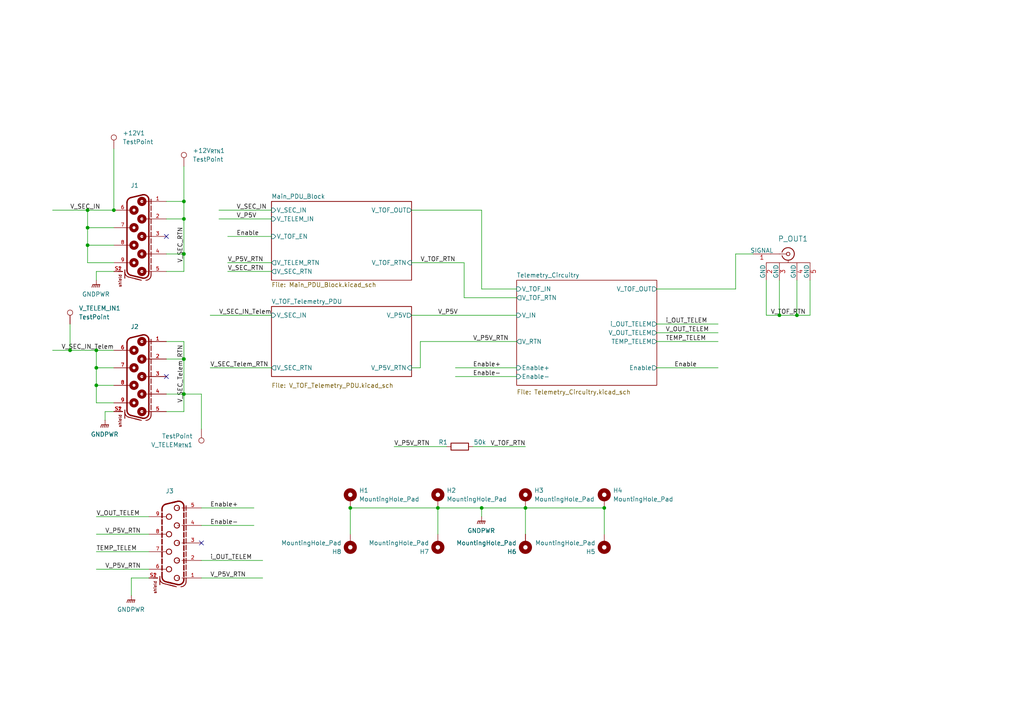
<source format=kicad_sch>
(kicad_sch
	(version 20250114)
	(generator "eeschema")
	(generator_version "9.0")
	(uuid "3f485cd8-51c7-4446-8da6-4e3aaaa590b2")
	(paper "A4")
	(lib_symbols
		(symbol "Adam_Tech:RF2-49B-T-00-50-G-HDW"
			(pin_names
				(offset 0)
			)
			(exclude_from_sim no)
			(in_bom yes)
			(on_board yes)
			(property "Reference" "J"
				(at 14.732 20.32 0)
				(effects
					(font
						(size 1.524 1.524)
					)
				)
			)
			(property "Value" "RF2-49B-T-00-50-G-HDW"
				(at 18.542 23.368 0)
				(effects
					(font
						(size 1.524 1.524)
					)
					(hide yes)
				)
			)
			(property "Footprint" "CONN_RF2-49B-T-00-50-G-HDW_ADM"
				(at 12.7 2.794 0)
				(effects
					(font
						(size 1.27 1.27)
						(italic yes)
					)
					(hide yes)
				)
			)
			(property "Datasheet" "RF2-49B-T-00-50-G-HDW"
				(at 10.922 0.762 0)
				(effects
					(font
						(size 1.27 1.27)
						(italic yes)
					)
					(hide yes)
				)
			)
			(property "Description" ""
				(at 6.35 17.78 0)
				(effects
					(font
						(size 1.27 1.27)
					)
					(hide yes)
				)
			)
			(property "ki_keywords" "RF2-49B-T-00-50-G-HDW"
				(at 0 0 0)
				(effects
					(font
						(size 1.27 1.27)
					)
					(hide yes)
				)
			)
			(property "ki_fp_filters" "CONN_RF2-49B-T-00-50-G-HDW_ADM"
				(at 0 0 0)
				(effects
					(font
						(size 1.27 1.27)
					)
					(hide yes)
				)
			)
			(symbol "RF2-49B-T-00-50-G-HDW_0_1"
				(polyline
					(pts
						(xy 11.43 13.97) (xy 24.13 13.97)
					)
					(stroke
						(width 0)
						(type default)
					)
					(fill
						(type none)
					)
				)
				(polyline
					(pts
						(xy 15.24 16.51) (xy 12.7 16.51)
					)
					(stroke
						(width 0)
						(type default)
					)
					(fill
						(type none)
					)
				)
				(polyline
					(pts
						(xy 15.24 16.51) (xy 17.272 16.51)
					)
					(stroke
						(width 0)
						(type default)
					)
					(fill
						(type none)
					)
				)
				(arc
					(start 16.002 17.018)
					(mid 18.0023 18.3184)
					(end 19.558 16.51)
					(stroke
						(width 0.254)
						(type default)
					)
					(fill
						(type none)
					)
				)
				(arc
					(start 19.558 16.51)
					(mid 18.0022 14.7022)
					(end 16.002 16.002)
					(stroke
						(width 0.254)
						(type default)
					)
					(fill
						(type none)
					)
				)
				(circle
					(center 17.78 16.51)
					(radius 0.508)
					(stroke
						(width 0.2032)
						(type default)
					)
					(fill
						(type none)
					)
				)
				(polyline
					(pts
						(xy 17.78 13.97) (xy 17.78 14.732)
					)
					(stroke
						(width 0)
						(type default)
					)
					(fill
						(type none)
					)
				)
			)
			(symbol "RF2-49B-T-00-50-G-HDW_1_1"
				(pin unspecified line
					(at 7.62 16.51 0)
					(length 5.08)
					(name "SIGNAL"
						(effects
							(font
								(size 1.27 1.27)
							)
						)
					)
					(number "1"
						(effects
							(font
								(size 1.27 1.27)
							)
						)
					)
				)
				(pin power_in line
					(at 11.43 8.89 90)
					(length 5.08)
					(name "GND"
						(effects
							(font
								(size 1.27 1.27)
							)
						)
					)
					(number "2"
						(effects
							(font
								(size 1.27 1.27)
							)
						)
					)
				)
				(pin power_in line
					(at 15.24 8.89 90)
					(length 5.08)
					(name "GND"
						(effects
							(font
								(size 1.27 1.27)
							)
						)
					)
					(number "3"
						(effects
							(font
								(size 1.27 1.27)
							)
						)
					)
				)
				(pin power_in line
					(at 20.32 8.89 90)
					(length 5.08)
					(name "GND"
						(effects
							(font
								(size 1.27 1.27)
							)
						)
					)
					(number "4"
						(effects
							(font
								(size 1.27 1.27)
							)
						)
					)
				)
				(pin power_in line
					(at 24.13 8.89 90)
					(length 5.08)
					(name "GND"
						(effects
							(font
								(size 1.27 1.27)
							)
						)
					)
					(number "5"
						(effects
							(font
								(size 1.27 1.27)
							)
						)
					)
				)
			)
			(symbol "RF2-49B-T-00-50-G-HDW_1_2"
				(polyline
					(pts
						(xy 5.08 2.54) (xy 5.08 -12.7)
					)
					(stroke
						(width 0.127)
						(type default)
					)
					(fill
						(type none)
					)
				)
				(polyline
					(pts
						(xy 5.08 -12.7) (xy 12.7 -12.7)
					)
					(stroke
						(width 0.127)
						(type default)
					)
					(fill
						(type none)
					)
				)
				(polyline
					(pts
						(xy 7.62 0) (xy 5.08 0)
					)
					(stroke
						(width 0.127)
						(type default)
					)
					(fill
						(type none)
					)
				)
				(polyline
					(pts
						(xy 7.62 0) (xy 8.89 0.8467)
					)
					(stroke
						(width 0.127)
						(type default)
					)
					(fill
						(type none)
					)
				)
				(polyline
					(pts
						(xy 7.62 0) (xy 8.89 -0.8467)
					)
					(stroke
						(width 0.127)
						(type default)
					)
					(fill
						(type none)
					)
				)
				(polyline
					(pts
						(xy 7.62 -2.54) (xy 5.08 -2.54)
					)
					(stroke
						(width 0.127)
						(type default)
					)
					(fill
						(type none)
					)
				)
				(polyline
					(pts
						(xy 7.62 -2.54) (xy 8.89 -1.6933)
					)
					(stroke
						(width 0.127)
						(type default)
					)
					(fill
						(type none)
					)
				)
				(polyline
					(pts
						(xy 7.62 -2.54) (xy 8.89 -3.3867)
					)
					(stroke
						(width 0.127)
						(type default)
					)
					(fill
						(type none)
					)
				)
				(polyline
					(pts
						(xy 7.62 -5.08) (xy 5.08 -5.08)
					)
					(stroke
						(width 0.127)
						(type default)
					)
					(fill
						(type none)
					)
				)
				(polyline
					(pts
						(xy 7.62 -5.08) (xy 8.89 -4.2333)
					)
					(stroke
						(width 0.127)
						(type default)
					)
					(fill
						(type none)
					)
				)
				(polyline
					(pts
						(xy 7.62 -5.08) (xy 8.89 -5.9267)
					)
					(stroke
						(width 0.127)
						(type default)
					)
					(fill
						(type none)
					)
				)
				(polyline
					(pts
						(xy 7.62 -7.62) (xy 5.08 -7.62)
					)
					(stroke
						(width 0.127)
						(type default)
					)
					(fill
						(type none)
					)
				)
				(polyline
					(pts
						(xy 7.62 -7.62) (xy 8.89 -6.7733)
					)
					(stroke
						(width 0.127)
						(type default)
					)
					(fill
						(type none)
					)
				)
				(polyline
					(pts
						(xy 7.62 -7.62) (xy 8.89 -8.4667)
					)
					(stroke
						(width 0.127)
						(type default)
					)
					(fill
						(type none)
					)
				)
				(polyline
					(pts
						(xy 7.62 -10.16) (xy 5.08 -10.16)
					)
					(stroke
						(width 0.127)
						(type default)
					)
					(fill
						(type none)
					)
				)
				(polyline
					(pts
						(xy 7.62 -10.16) (xy 8.89 -9.3133)
					)
					(stroke
						(width 0.127)
						(type default)
					)
					(fill
						(type none)
					)
				)
				(polyline
					(pts
						(xy 7.62 -10.16) (xy 8.89 -11.0067)
					)
					(stroke
						(width 0.127)
						(type default)
					)
					(fill
						(type none)
					)
				)
				(polyline
					(pts
						(xy 12.7 2.54) (xy 5.08 2.54)
					)
					(stroke
						(width 0.127)
						(type default)
					)
					(fill
						(type none)
					)
				)
				(polyline
					(pts
						(xy 12.7 -12.7) (xy 12.7 2.54)
					)
					(stroke
						(width 0.127)
						(type default)
					)
					(fill
						(type none)
					)
				)
				(pin unspecified line
					(at 0 0 0)
					(length 5.08)
					(name "SIGNAL"
						(effects
							(font
								(size 1.27 1.27)
							)
						)
					)
					(number "1"
						(effects
							(font
								(size 1.27 1.27)
							)
						)
					)
				)
				(pin unspecified line
					(at 0 -2.54 0)
					(length 5.08)
					(name "GND"
						(effects
							(font
								(size 1.27 1.27)
							)
						)
					)
					(number "2"
						(effects
							(font
								(size 1.27 1.27)
							)
						)
					)
				)
				(pin unspecified line
					(at 0 -5.08 0)
					(length 5.08)
					(name "GND"
						(effects
							(font
								(size 1.27 1.27)
							)
						)
					)
					(number "3"
						(effects
							(font
								(size 1.27 1.27)
							)
						)
					)
				)
				(pin unspecified line
					(at 0 -7.62 0)
					(length 5.08)
					(name "GND"
						(effects
							(font
								(size 1.27 1.27)
							)
						)
					)
					(number "4"
						(effects
							(font
								(size 1.27 1.27)
							)
						)
					)
				)
				(pin unspecified line
					(at 0 -10.16 0)
					(length 5.08)
					(name "GND"
						(effects
							(font
								(size 1.27 1.27)
							)
						)
					)
					(number "5"
						(effects
							(font
								(size 1.27 1.27)
							)
						)
					)
				)
			)
			(embedded_fonts no)
		)
		(symbol "Connector:TestPoint"
			(pin_numbers
				(hide yes)
			)
			(pin_names
				(offset 0.762)
				(hide yes)
			)
			(exclude_from_sim no)
			(in_bom yes)
			(on_board yes)
			(property "Reference" "TP"
				(at 0 6.858 0)
				(effects
					(font
						(size 1.27 1.27)
					)
				)
			)
			(property "Value" "TestPoint"
				(at 0 5.08 0)
				(effects
					(font
						(size 1.27 1.27)
					)
				)
			)
			(property "Footprint" ""
				(at 5.08 0 0)
				(effects
					(font
						(size 1.27 1.27)
					)
					(hide yes)
				)
			)
			(property "Datasheet" "~"
				(at 5.08 0 0)
				(effects
					(font
						(size 1.27 1.27)
					)
					(hide yes)
				)
			)
			(property "Description" "test point"
				(at 0 0 0)
				(effects
					(font
						(size 1.27 1.27)
					)
					(hide yes)
				)
			)
			(property "ki_keywords" "test point tp"
				(at 0 0 0)
				(effects
					(font
						(size 1.27 1.27)
					)
					(hide yes)
				)
			)
			(property "ki_fp_filters" "Pin* Test*"
				(at 0 0 0)
				(effects
					(font
						(size 1.27 1.27)
					)
					(hide yes)
				)
			)
			(symbol "TestPoint_0_1"
				(circle
					(center 0 3.302)
					(radius 0.762)
					(stroke
						(width 0)
						(type default)
					)
					(fill
						(type none)
					)
				)
			)
			(symbol "TestPoint_1_1"
				(pin passive line
					(at 0 0 90)
					(length 2.54)
					(name "1"
						(effects
							(font
								(size 1.27 1.27)
							)
						)
					)
					(number "1"
						(effects
							(font
								(size 1.27 1.27)
							)
						)
					)
				)
			)
			(embedded_fonts no)
		)
		(symbol "Device:R"
			(pin_numbers
				(hide yes)
			)
			(pin_names
				(offset 0)
			)
			(exclude_from_sim no)
			(in_bom yes)
			(on_board yes)
			(property "Reference" "R"
				(at 2.032 0 90)
				(effects
					(font
						(size 1.27 1.27)
					)
				)
			)
			(property "Value" "R"
				(at 0 0 90)
				(effects
					(font
						(size 1.27 1.27)
					)
				)
			)
			(property "Footprint" ""
				(at -1.778 0 90)
				(effects
					(font
						(size 1.27 1.27)
					)
					(hide yes)
				)
			)
			(property "Datasheet" "~"
				(at 0 0 0)
				(effects
					(font
						(size 1.27 1.27)
					)
					(hide yes)
				)
			)
			(property "Description" "Resistor"
				(at 0 0 0)
				(effects
					(font
						(size 1.27 1.27)
					)
					(hide yes)
				)
			)
			(property "ki_keywords" "R res resistor"
				(at 0 0 0)
				(effects
					(font
						(size 1.27 1.27)
					)
					(hide yes)
				)
			)
			(property "ki_fp_filters" "R_*"
				(at 0 0 0)
				(effects
					(font
						(size 1.27 1.27)
					)
					(hide yes)
				)
			)
			(symbol "R_0_1"
				(rectangle
					(start -1.016 -2.54)
					(end 1.016 2.54)
					(stroke
						(width 0.254)
						(type default)
					)
					(fill
						(type none)
					)
				)
			)
			(symbol "R_1_1"
				(pin passive line
					(at 0 3.81 270)
					(length 1.27)
					(name "~"
						(effects
							(font
								(size 1.27 1.27)
							)
						)
					)
					(number "1"
						(effects
							(font
								(size 1.27 1.27)
							)
						)
					)
				)
				(pin passive line
					(at 0 -3.81 90)
					(length 1.27)
					(name "~"
						(effects
							(font
								(size 1.27 1.27)
							)
						)
					)
					(number "2"
						(effects
							(font
								(size 1.27 1.27)
							)
						)
					)
				)
			)
			(embedded_fonts no)
		)
		(symbol "Mechanical:MountingHole_Pad"
			(pin_numbers
				(hide yes)
			)
			(pin_names
				(offset 1.016)
				(hide yes)
			)
			(exclude_from_sim yes)
			(in_bom no)
			(on_board yes)
			(property "Reference" "H"
				(at 0 6.35 0)
				(effects
					(font
						(size 1.27 1.27)
					)
				)
			)
			(property "Value" "MountingHole_Pad"
				(at 0 4.445 0)
				(effects
					(font
						(size 1.27 1.27)
					)
				)
			)
			(property "Footprint" ""
				(at 0 0 0)
				(effects
					(font
						(size 1.27 1.27)
					)
					(hide yes)
				)
			)
			(property "Datasheet" "~"
				(at 0 0 0)
				(effects
					(font
						(size 1.27 1.27)
					)
					(hide yes)
				)
			)
			(property "Description" "Mounting Hole with connection"
				(at 0 0 0)
				(effects
					(font
						(size 1.27 1.27)
					)
					(hide yes)
				)
			)
			(property "ki_keywords" "mounting hole"
				(at 0 0 0)
				(effects
					(font
						(size 1.27 1.27)
					)
					(hide yes)
				)
			)
			(property "ki_fp_filters" "MountingHole*Pad*"
				(at 0 0 0)
				(effects
					(font
						(size 1.27 1.27)
					)
					(hide yes)
				)
			)
			(symbol "MountingHole_Pad_0_1"
				(circle
					(center 0 1.27)
					(radius 1.27)
					(stroke
						(width 1.27)
						(type default)
					)
					(fill
						(type none)
					)
				)
			)
			(symbol "MountingHole_Pad_1_1"
				(pin input line
					(at 0 -2.54 90)
					(length 2.54)
					(name "1"
						(effects
							(font
								(size 1.27 1.27)
							)
						)
					)
					(number "1"
						(effects
							(font
								(size 1.27 1.27)
							)
						)
					)
				)
			)
			(embedded_fonts no)
		)
		(symbol "Wurth Elektronik:6180XX231121_618009231121"
			(pin_names
				(offset 1.016)
			)
			(exclude_from_sim no)
			(in_bom yes)
			(on_board yes)
			(property "Reference" "J"
				(at 13.78 1.66 0)
				(effects
					(font
						(size 1.27 1.27)
					)
					(justify left bottom)
				)
			)
			(property "Value" "618009231121"
				(at 0 0 0)
				(effects
					(font
						(size 1.27 1.27)
					)
					(justify bottom)
					(hide yes)
				)
			)
			(property "Footprint" "6180XX231121_618009231121:618009231121"
				(at 0 0 0)
				(effects
					(font
						(size 1.27 1.27)
					)
					(justify bottom)
					(hide yes)
				)
			)
			(property "Datasheet" ""
				(at 0 0 0)
				(effects
					(font
						(size 1.27 1.27)
					)
					(hide yes)
				)
			)
			(property "Description" ""
				(at 0 0 0)
				(effects
					(font
						(size 1.27 1.27)
					)
					(hide yes)
				)
			)
			(property "MF" "Würth Elektronik"
				(at 0 0 0)
				(effects
					(font
						(size 1.27 1.27)
					)
					(justify bottom)
					(hide yes)
				)
			)
			(property "Description_1" "\nSOCKET, D SUB, PCB, R/A, 9WAY; No. of Contacts:9Contacts; Gender:Receptacle; Contact Termination Type:Solder; D Sub Shell Size:DE; Product Range:WR-DSUB Series; Connector Body Material:Steel Body; Contact Material:Copper Alloy; Contact Plating:Gold Plated Contacts; SVHC:Lead (15-Jan-2019); Connector Mounting:Through Hole Mount Right Angle; Contact Termination:Solder; D Sub Connector Type:Standard; No. of Mating Cycles:50\n"
				(at 0 0 0)
				(effects
					(font
						(size 1.27 1.27)
					)
					(justify bottom)
					(hide yes)
				)
			)
			(property "Package" "None"
				(at 0 0 0)
				(effects
					(font
						(size 1.27 1.27)
					)
					(justify bottom)
					(hide yes)
				)
			)
			(property "Purchase-URL" "https://www.snapeda.com/api/url_track_click_mouser/?unipart_id=1118240&manufacturer=Würth Elektronik&part_name=618009231121&search_term=618009231121"
				(at 0 0 0)
				(effects
					(font
						(size 1.27 1.27)
					)
					(justify bottom)
					(hide yes)
				)
			)
			(property "GENDER" "Female"
				(at 0 0 0)
				(effects
					(font
						(size 1.27 1.27)
					)
					(justify bottom)
					(hide yes)
				)
			)
			(property "Price" "None"
				(at 0 0 0)
				(effects
					(font
						(size 1.27 1.27)
					)
					(justify bottom)
					(hide yes)
				)
			)
			(property "PART-NUMBER" "618009231121"
				(at 0 0 0)
				(effects
					(font
						(size 1.27 1.27)
					)
					(justify bottom)
					(hide yes)
				)
			)
			(property "SnapEDA_Link" "https://www.snapeda.com/parts/618009231121/Wurth+Elektronik/view-part/?ref=snap"
				(at 0 0 0)
				(effects
					(font
						(size 1.27 1.27)
					)
					(justify bottom)
					(hide yes)
				)
			)
			(property "DATASHEET-URL" "https://www.we-online.com/redexpert/spec/618009231121?ae"
				(at 0 0 0)
				(effects
					(font
						(size 1.27 1.27)
					)
					(justify bottom)
					(hide yes)
				)
			)
			(property "MP" "618009231121"
				(at 0 0 0)
				(effects
					(font
						(size 1.27 1.27)
					)
					(justify bottom)
					(hide yes)
				)
			)
			(property "WORKING-VOLTAGE" "125 V(AC)"
				(at 0 0 0)
				(effects
					(font
						(size 1.27 1.27)
					)
					(justify bottom)
					(hide yes)
				)
			)
			(property "PINS" "9"
				(at 0 0 0)
				(effects
					(font
						(size 1.27 1.27)
					)
					(justify bottom)
					(hide yes)
				)
			)
			(property "WE-NUMBER" "618009231121"
				(at 0 0 0)
				(effects
					(font
						(size 1.27 1.27)
					)
					(justify bottom)
					(hide yes)
				)
			)
			(property "TYPE" "Angled"
				(at 0 0 0)
				(effects
					(font
						(size 1.27 1.27)
					)
					(justify bottom)
					(hide yes)
				)
			)
			(property "Availability" "In Stock"
				(at 0 0 0)
				(effects
					(font
						(size 1.27 1.27)
					)
					(justify bottom)
					(hide yes)
				)
			)
			(property "Check_prices" "https://www.snapeda.com/parts/618009231121/Wurth+Elektronik/view-part/?ref=eda"
				(at 0 0 0)
				(effects
					(font
						(size 1.27 1.27)
					)
					(justify bottom)
					(hide yes)
				)
			)
			(symbol "6180XX231121_618009231121_0_0"
				(polyline
					(pts
						(xy -11.7108 -0.8009) (xy -12.0642 0.6952)
					)
					(stroke
						(width 0.4064)
						(type default)
					)
					(fill
						(type none)
					)
				)
				(polyline
					(pts
						(xy -11.2729 -2.6548) (xy -11.9182 0.0772)
					)
					(stroke
						(width 0.4064)
						(type default)
					)
					(fill
						(type none)
					)
				)
				(polyline
					(pts
						(xy -10.795 3.175) (xy -9.4305 3.175)
					)
					(stroke
						(width 0.254)
						(type default)
					)
					(fill
						(type none)
					)
				)
				(polyline
					(pts
						(xy -10.6044 2.54) (xy -9.3113 2.54)
					)
					(stroke
						(width 0.4064)
						(type default)
					)
					(fill
						(type none)
					)
				)
				(arc
					(start -12.0642 0.6952)
					(mid -11.7806 1.9708)
					(end -10.6044 2.54)
					(stroke
						(width 0.4064)
						(type default)
					)
					(fill
						(type none)
					)
				)
				(polyline
					(pts
						(xy -10.16 2.58) (xy -10.16 1.935)
					)
					(stroke
						(width 0.1524)
						(type default)
					)
					(fill
						(type none)
					)
				)
				(polyline
					(pts
						(xy -10.16 0.675) (xy -10.16 1.3)
					)
					(stroke
						(width 0.1524)
						(type default)
					)
					(fill
						(type none)
					)
				)
				(circle
					(center -10.16 0.508)
					(radius 0.762)
					(stroke
						(width 0.254)
						(type default)
					)
					(fill
						(type none)
					)
				)
				(arc
					(start -9.8131 -3.81)
					(mid -10.7439 -3.4862)
					(end -11.2729 -2.6548)
					(stroke
						(width 0.4064)
						(type default)
					)
					(fill
						(type none)
					)
				)
				(polyline
					(pts
						(xy -9.237 -3.81) (xy -9.8131 -3.81)
					)
					(stroke
						(width 0.4064)
						(type default)
					)
					(fill
						(type none)
					)
				)
				(polyline
					(pts
						(xy -8.89 3.175) (xy -7.5255 3.175)
					)
					(stroke
						(width 0.254)
						(type default)
					)
					(fill
						(type none)
					)
				)
				(polyline
					(pts
						(xy -8.6994 2.54) (xy -7.4063 2.54)
					)
					(stroke
						(width 0.4064)
						(type default)
					)
					(fill
						(type none)
					)
				)
				(circle
					(center -7.62 -1.778)
					(radius 0.762)
					(stroke
						(width 0.254)
						(type default)
					)
					(fill
						(type none)
					)
				)
				(polyline
					(pts
						(xy -7.332 -3.81) (xy -8.6596 -3.81)
					)
					(stroke
						(width 0.4064)
						(type default)
					)
					(fill
						(type none)
					)
				)
				(polyline
					(pts
						(xy -6.985 3.175) (xy -5.6205 3.175)
					)
					(stroke
						(width 0.254)
						(type default)
					)
					(fill
						(type none)
					)
				)
				(polyline
					(pts
						(xy -6.7944 2.54) (xy -5.5013 2.54)
					)
					(stroke
						(width 0.4064)
						(type default)
					)
					(fill
						(type none)
					)
				)
				(polyline
					(pts
						(xy -5.427 -3.81) (xy -6.7546 -3.81)
					)
					(stroke
						(width 0.4064)
						(type default)
					)
					(fill
						(type none)
					)
				)
				(polyline
					(pts
						(xy -5.08 3.175) (xy -3.7155 3.175)
					)
					(stroke
						(width 0.254)
						(type default)
					)
					(fill
						(type none)
					)
				)
				(polyline
					(pts
						(xy -5.08 2.58) (xy -5.08 1.935)
					)
					(stroke
						(width 0.1524)
						(type default)
					)
					(fill
						(type none)
					)
				)
				(polyline
					(pts
						(xy -5.08 0.675) (xy -5.08 1.3)
					)
					(stroke
						(width 0.1524)
						(type default)
					)
					(fill
						(type none)
					)
				)
				(circle
					(center -5.08 0.508)
					(radius 0.762)
					(stroke
						(width 0.254)
						(type default)
					)
					(fill
						(type none)
					)
				)
				(polyline
					(pts
						(xy -4.8894 2.54) (xy -3.5963 2.54)
					)
					(stroke
						(width 0.4064)
						(type default)
					)
					(fill
						(type none)
					)
				)
				(polyline
					(pts
						(xy -3.522 -3.81) (xy -4.8496 -3.81)
					)
					(stroke
						(width 0.4064)
						(type default)
					)
					(fill
						(type none)
					)
				)
				(polyline
					(pts
						(xy -3.175 3.175) (xy -1.8105 3.175)
					)
					(stroke
						(width 0.254)
						(type default)
					)
					(fill
						(type none)
					)
				)
				(polyline
					(pts
						(xy -2.9844 2.54) (xy -1.6913 2.54)
					)
					(stroke
						(width 0.4064)
						(type default)
					)
					(fill
						(type none)
					)
				)
				(circle
					(center -2.54 -1.778)
					(radius 0.762)
					(stroke
						(width 0.254)
						(type default)
					)
					(fill
						(type none)
					)
				)
				(polyline
					(pts
						(xy -1.617 -3.81) (xy -2.9446 -3.81)
					)
					(stroke
						(width 0.4064)
						(type default)
					)
					(fill
						(type none)
					)
				)
				(polyline
					(pts
						(xy -1.27 3.175) (xy 0.0945 3.175)
					)
					(stroke
						(width 0.254)
						(type default)
					)
					(fill
						(type none)
					)
				)
				(polyline
					(pts
						(xy -1.0794 2.54) (xy 0.2137 2.54)
					)
					(stroke
						(width 0.4064)
						(type default)
					)
					(fill
						(type none)
					)
				)
				(polyline
					(pts
						(xy 0 2.58) (xy 0 1.935)
					)
					(stroke
						(width 0.1524)
						(type default)
					)
					(fill
						(type none)
					)
				)
				(polyline
					(pts
						(xy 0 0.675) (xy 0 1.3)
					)
					(stroke
						(width 0.1524)
						(type default)
					)
					(fill
						(type none)
					)
				)
				(circle
					(center 0 0.508)
					(radius 0.762)
					(stroke
						(width 0.254)
						(type default)
					)
					(fill
						(type none)
					)
				)
				(polyline
					(pts
						(xy 0.288 -3.81) (xy -1.0396 -3.81)
					)
					(stroke
						(width 0.4064)
						(type default)
					)
					(fill
						(type none)
					)
				)
				(polyline
					(pts
						(xy 0.635 3.175) (xy 1.9996 3.175)
					)
					(stroke
						(width 0.254)
						(type default)
					)
					(fill
						(type none)
					)
				)
				(polyline
					(pts
						(xy 0.8256 2.54) (xy 2.1187 2.54)
					)
					(stroke
						(width 0.4064)
						(type default)
					)
					(fill
						(type none)
					)
				)
				(polyline
					(pts
						(xy 2.1931 -3.81) (xy 0.8654 -3.81)
					)
					(stroke
						(width 0.4064)
						(type default)
					)
					(fill
						(type none)
					)
				)
				(polyline
					(pts
						(xy 2.54 3.175) (xy 3.9046 3.175)
					)
					(stroke
						(width 0.254)
						(type default)
					)
					(fill
						(type none)
					)
				)
				(circle
					(center 2.54 -1.778)
					(radius 0.762)
					(stroke
						(width 0.254)
						(type default)
					)
					(fill
						(type none)
					)
				)
				(polyline
					(pts
						(xy 2.7306 2.54) (xy 4.0237 2.54)
					)
					(stroke
						(width 0.4064)
						(type default)
					)
					(fill
						(type none)
					)
				)
				(polyline
					(pts
						(xy 4.0981 -3.81) (xy 2.7704 -3.81)
					)
					(stroke
						(width 0.4064)
						(type default)
					)
					(fill
						(type none)
					)
				)
				(polyline
					(pts
						(xy 4.445 3.175) (xy 5.8096 3.175)
					)
					(stroke
						(width 0.254)
						(type default)
					)
					(fill
						(type none)
					)
				)
				(polyline
					(pts
						(xy 4.6356 2.54) (xy 5.9287 2.54)
					)
					(stroke
						(width 0.4064)
						(type default)
					)
					(fill
						(type none)
					)
				)
				(polyline
					(pts
						(xy 5.08 2.58) (xy 5.08 1.935)
					)
					(stroke
						(width 0.1524)
						(type default)
					)
					(fill
						(type none)
					)
				)
				(polyline
					(pts
						(xy 5.08 0.675) (xy 5.08 1.3)
					)
					(stroke
						(width 0.1524)
						(type default)
					)
					(fill
						(type none)
					)
				)
				(circle
					(center 5.08 0.508)
					(radius 0.762)
					(stroke
						(width 0.254)
						(type default)
					)
					(fill
						(type none)
					)
				)
				(polyline
					(pts
						(xy 6.0031 -3.81) (xy 4.6754 -3.81)
					)
					(stroke
						(width 0.4064)
						(type default)
					)
					(fill
						(type none)
					)
				)
				(polyline
					(pts
						(xy 6.35 3.175) (xy 7.7146 3.175)
					)
					(stroke
						(width 0.254)
						(type default)
					)
					(fill
						(type none)
					)
				)
				(polyline
					(pts
						(xy 6.5406 2.54) (xy 7.8337 2.54)
					)
					(stroke
						(width 0.4064)
						(type default)
					)
					(fill
						(type none)
					)
				)
				(circle
					(center 7.62 -1.778)
					(radius 0.762)
					(stroke
						(width 0.254)
						(type default)
					)
					(fill
						(type none)
					)
				)
				(polyline
					(pts
						(xy 7.9081 -3.81) (xy 6.5804 -3.81)
					)
					(stroke
						(width 0.4064)
						(type default)
					)
					(fill
						(type none)
					)
				)
				(polyline
					(pts
						(xy 8.255 3.175) (xy 9.6196 3.175)
					)
					(stroke
						(width 0.254)
						(type default)
					)
					(fill
						(type none)
					)
				)
				(polyline
					(pts
						(xy 8.4456 2.54) (xy 9.7387 2.54)
					)
					(stroke
						(width 0.4064)
						(type default)
					)
					(fill
						(type none)
					)
				)
				(arc
					(start 11.2729 -2.6548)
					(mid 10.7439 -3.4863)
					(end 9.8131 -3.81)
					(stroke
						(width 0.4064)
						(type default)
					)
					(fill
						(type none)
					)
				)
				(polyline
					(pts
						(xy 9.8131 -3.81) (xy 8.4854 -3.81)
					)
					(stroke
						(width 0.4064)
						(type default)
					)
					(fill
						(type none)
					)
				)
				(polyline
					(pts
						(xy 10.16 3.175) (xy 11.2 3.175)
					)
					(stroke
						(width 0.254)
						(type default)
					)
					(fill
						(type none)
					)
				)
				(polyline
					(pts
						(xy 10.16 2.58) (xy 10.16 1.935)
					)
					(stroke
						(width 0.1524)
						(type default)
					)
					(fill
						(type none)
					)
				)
				(polyline
					(pts
						(xy 10.16 0.675) (xy 10.16 1.3)
					)
					(stroke
						(width 0.1524)
						(type default)
					)
					(fill
						(type none)
					)
				)
				(circle
					(center 10.16 0.508)
					(radius 0.762)
					(stroke
						(width 0.254)
						(type default)
					)
					(fill
						(type none)
					)
				)
				(polyline
					(pts
						(xy 10.16 -4.445) (xy 10.16 -4.445)
					)
					(stroke
						(width 0.254)
						(type default)
					)
					(fill
						(type none)
					)
				)
				(polyline
					(pts
						(xy 10.16 -6.35) (xy 10.16 -5.08)
					)
					(stroke
						(width 0.254)
						(type default)
					)
					(fill
						(type none)
					)
				)
				(polyline
					(pts
						(xy 10.2 -4.44) (xy 9.6938 -4.44)
					)
					(stroke
						(width 0.254)
						(type default)
					)
					(fill
						(type none)
					)
				)
				(arc
					(start 11.7841 -3.3038)
					(mid 11.2519 -4.1219)
					(end 10.3288 -4.44)
					(stroke
						(width 0.254)
						(type default)
					)
					(fill
						(type none)
					)
				)
				(polyline
					(pts
						(xy 10.3506 2.54) (xy 10.6044 2.54)
					)
					(stroke
						(width 0.4064)
						(type default)
					)
					(fill
						(type none)
					)
				)
				(arc
					(start 10.6044 2.54)
					(mid 11.7804 1.9707)
					(end 12.0642 0.6952)
					(stroke
						(width 0.4064)
						(type default)
					)
					(fill
						(type none)
					)
				)
				(arc
					(start 11.2 3.175)
					(mid 12.2607 2.7357)
					(end 12.7 1.675)
					(stroke
						(width 0.254)
						(type default)
					)
					(fill
						(type none)
					)
				)
				(polyline
					(pts
						(xy 11.6263 -1.1588) (xy 11.2729 -2.6548)
					)
					(stroke
						(width 0.4064)
						(type default)
					)
					(fill
						(type none)
					)
				)
				(polyline
					(pts
						(xy 11.7841 -3.3038) (xy 12.546 -0.256)
					)
					(stroke
						(width 0.254)
						(type default)
					)
					(fill
						(type none)
					)
				)
				(polyline
					(pts
						(xy 12.0642 0.6952) (xy 11.4189 -2.0369)
					)
					(stroke
						(width 0.4064)
						(type default)
					)
					(fill
						(type none)
					)
				)
				(polyline
					(pts
						(xy 12.105 -4.44) (xy 10.3288 -4.44)
					)
					(stroke
						(width 0.254)
						(type default)
					)
					(fill
						(type none)
					)
				)
				(polyline
					(pts
						(xy 12.2461 -1.4557) (xy 12.7 0.36)
					)
					(stroke
						(width 0.254)
						(type default)
					)
					(fill
						(type none)
					)
				)
				(text "shield"
					(at 10.9 -5.32 0)
					(effects
						(font
							(size 0.8128 0.8128)
						)
						(justify left bottom)
					)
				)
				(pin bidirectional line
					(at -10.16 7.62 270)
					(length 5.08)
					(name "~"
						(effects
							(font
								(size 1.016 1.016)
							)
						)
					)
					(number "5"
						(effects
							(font
								(size 1.016 1.016)
							)
						)
					)
				)
				(pin bidirectional line
					(at -7.62 -7.62 90)
					(length 5.08)
					(name "~"
						(effects
							(font
								(size 1.016 1.016)
							)
						)
					)
					(number "9"
						(effects
							(font
								(size 1.016 1.016)
							)
						)
					)
				)
				(pin bidirectional line
					(at -5.08 7.62 270)
					(length 5.08)
					(name "~"
						(effects
							(font
								(size 1.016 1.016)
							)
						)
					)
					(number "4"
						(effects
							(font
								(size 1.016 1.016)
							)
						)
					)
				)
				(pin bidirectional line
					(at -2.54 -7.62 90)
					(length 5.08)
					(name "~"
						(effects
							(font
								(size 1.016 1.016)
							)
						)
					)
					(number "8"
						(effects
							(font
								(size 1.016 1.016)
							)
						)
					)
				)
				(pin bidirectional line
					(at 0 7.62 270)
					(length 5.08)
					(name "~"
						(effects
							(font
								(size 1.016 1.016)
							)
						)
					)
					(number "3"
						(effects
							(font
								(size 1.016 1.016)
							)
						)
					)
				)
				(pin bidirectional line
					(at 2.54 -7.62 90)
					(length 5.08)
					(name "~"
						(effects
							(font
								(size 1.016 1.016)
							)
						)
					)
					(number "7"
						(effects
							(font
								(size 1.016 1.016)
							)
						)
					)
				)
				(pin bidirectional line
					(at 5.08 7.62 270)
					(length 5.08)
					(name "~"
						(effects
							(font
								(size 1.016 1.016)
							)
						)
					)
					(number "2"
						(effects
							(font
								(size 1.016 1.016)
							)
						)
					)
				)
				(pin bidirectional line
					(at 7.62 -7.62 90)
					(length 5.08)
					(name "~"
						(effects
							(font
								(size 1.016 1.016)
							)
						)
					)
					(number "6"
						(effects
							(font
								(size 1.016 1.016)
							)
						)
					)
				)
				(pin bidirectional line
					(at 10.16 7.62 270)
					(length 5.08)
					(name "~"
						(effects
							(font
								(size 1.016 1.016)
							)
						)
					)
					(number "1"
						(effects
							(font
								(size 1.016 1.016)
							)
						)
					)
				)
				(pin bidirectional line
					(at 10.16 -7.62 90)
					(length 2.54)
					(name "~"
						(effects
							(font
								(size 1.016 1.016)
							)
						)
					)
					(number "S1"
						(effects
							(font
								(size 1.016 1.016)
							)
						)
					)
				)
				(pin bidirectional line
					(at 10.16 -7.62 90)
					(length 2.54)
					(name "~"
						(effects
							(font
								(size 1.016 1.016)
							)
						)
					)
					(number "S2"
						(effects
							(font
								(size 1.016 1.016)
							)
						)
					)
				)
			)
			(embedded_fonts no)
		)
		(symbol "Wurth Elektronik:6180XX231221_618009231221"
			(pin_names
				(offset 1.016)
			)
			(exclude_from_sim no)
			(in_bom yes)
			(on_board yes)
			(property "Reference" "J"
				(at 13.78 1.66 0)
				(effects
					(font
						(size 1.27 1.27)
					)
					(justify left bottom)
				)
			)
			(property "Value" "618009231221"
				(at 0 0 0)
				(effects
					(font
						(size 1.27 1.27)
					)
					(justify bottom)
					(hide yes)
				)
			)
			(property "Footprint" "6180XX231221_618009231221:618009231221"
				(at 0 0 0)
				(effects
					(font
						(size 1.27 1.27)
					)
					(justify bottom)
					(hide yes)
				)
			)
			(property "Datasheet" ""
				(at 0 0 0)
				(effects
					(font
						(size 1.27 1.27)
					)
					(hide yes)
				)
			)
			(property "Description" ""
				(at 0 0 0)
				(effects
					(font
						(size 1.27 1.27)
					)
					(hide yes)
				)
			)
			(property "MF" "Wurth Electronics"
				(at 0 0 0)
				(effects
					(font
						(size 1.27 1.27)
					)
					(justify bottom)
					(hide yes)
				)
			)
			(property "Description_1" "09 pins, right angled, 8.08mm, with hex screw"
				(at 0 0 0)
				(effects
					(font
						(size 1.27 1.27)
					)
					(justify bottom)
					(hide yes)
				)
			)
			(property "Package" "None"
				(at 0 0 0)
				(effects
					(font
						(size 1.27 1.27)
					)
					(justify bottom)
					(hide yes)
				)
			)
			(property "Purchase-URL" "https://www.snapeda.com/api/url_track_click_mouser/?unipart_id=604355&manufacturer=Wurth Electronics&part_name=618009231221&search_term=618009231221"
				(at 0 0 0)
				(effects
					(font
						(size 1.27 1.27)
					)
					(justify bottom)
					(hide yes)
				)
			)
			(property "GENDER" "Male"
				(at 0 0 0)
				(effects
					(font
						(size 1.27 1.27)
					)
					(justify bottom)
					(hide yes)
				)
			)
			(property "Price" "None"
				(at 0 0 0)
				(effects
					(font
						(size 1.27 1.27)
					)
					(justify bottom)
					(hide yes)
				)
			)
			(property "PART-NUMBER" "618009231221"
				(at 0 0 0)
				(effects
					(font
						(size 1.27 1.27)
					)
					(justify bottom)
					(hide yes)
				)
			)
			(property "SnapEDA_Link" "https://www.snapeda.com/parts/618009231221/Wurth+Electronics/view-part/?ref=snap"
				(at 0 0 0)
				(effects
					(font
						(size 1.27 1.27)
					)
					(justify bottom)
					(hide yes)
				)
			)
			(property "DATASHEET-URL" "https://www.we-online.com/redexpert/spec/618009231221?ae"
				(at 0 0 0)
				(effects
					(font
						(size 1.27 1.27)
					)
					(justify bottom)
					(hide yes)
				)
			)
			(property "MP" "618009231221"
				(at 0 0 0)
				(effects
					(font
						(size 1.27 1.27)
					)
					(justify bottom)
					(hide yes)
				)
			)
			(property "WORKING-VOLTAGE" "125 V(AC)"
				(at 0 0 0)
				(effects
					(font
						(size 1.27 1.27)
					)
					(justify bottom)
					(hide yes)
				)
			)
			(property "PINS" "9"
				(at 0 0 0)
				(effects
					(font
						(size 1.27 1.27)
					)
					(justify bottom)
					(hide yes)
				)
			)
			(property "WE-NUMBER" "618009231221"
				(at 0 0 0)
				(effects
					(font
						(size 1.27 1.27)
					)
					(justify bottom)
					(hide yes)
				)
			)
			(property "TYPE" "Angled"
				(at 0 0 0)
				(effects
					(font
						(size 1.27 1.27)
					)
					(justify bottom)
					(hide yes)
				)
			)
			(property "Availability" "In Stock"
				(at 0 0 0)
				(effects
					(font
						(size 1.27 1.27)
					)
					(justify bottom)
					(hide yes)
				)
			)
			(property "Check_prices" "https://www.snapeda.com/parts/618009231221/Wurth+Electronics/view-part/?ref=eda"
				(at 0 0 0)
				(effects
					(font
						(size 1.27 1.27)
					)
					(justify bottom)
					(hide yes)
				)
			)
			(symbol "6180XX231221_618009231221_0_0"
				(polyline
					(pts
						(xy -11.2729 -2.6548) (xy -12.0642 0.6952)
					)
					(stroke
						(width 0.4064)
						(type default)
					)
					(fill
						(type none)
					)
				)
				(polyline
					(pts
						(xy -10.795 3.175) (xy -9.4305 3.175)
					)
					(stroke
						(width 0.254)
						(type default)
					)
					(fill
						(type none)
					)
				)
				(polyline
					(pts
						(xy -10.6044 2.54) (xy 10.6044 2.54)
					)
					(stroke
						(width 0.4064)
						(type default)
					)
					(fill
						(type none)
					)
				)
				(arc
					(start -12.0642 0.6952)
					(mid -11.7806 1.9708)
					(end -10.6044 2.54)
					(stroke
						(width 0.4064)
						(type default)
					)
					(fill
						(type none)
					)
				)
				(polyline
					(pts
						(xy -10.16 2.58) (xy -10.16 0.4)
					)
					(stroke
						(width 0.1524)
						(type default)
					)
					(fill
						(type none)
					)
				)
				(circle
					(center -10.16 0.508)
					(radius 0.4318)
					(stroke
						(width 0.9144)
						(type default)
					)
					(fill
						(type none)
					)
				)
				(circle
					(center -10.16 0.508)
					(radius 0.762)
					(stroke
						(width 0.254)
						(type default)
					)
					(fill
						(type none)
					)
				)
				(arc
					(start -9.8131 -3.81)
					(mid -10.7439 -3.4862)
					(end -11.2729 -2.6548)
					(stroke
						(width 0.4064)
						(type default)
					)
					(fill
						(type none)
					)
				)
				(polyline
					(pts
						(xy -8.89 3.175) (xy -7.5255 3.175)
					)
					(stroke
						(width 0.254)
						(type default)
					)
					(fill
						(type none)
					)
				)
				(circle
					(center -7.62 -1.778)
					(radius 0.4318)
					(stroke
						(width 0.9144)
						(type default)
					)
					(fill
						(type none)
					)
				)
				(circle
					(center -7.62 -1.778)
					(radius 0.762)
					(stroke
						(width 0.254)
						(type default)
					)
					(fill
						(type none)
					)
				)
				(polyline
					(pts
						(xy -6.985 3.175) (xy -5.6205 3.175)
					)
					(stroke
						(width 0.254)
						(type default)
					)
					(fill
						(type none)
					)
				)
				(polyline
					(pts
						(xy -5.08 3.175) (xy -3.7155 3.175)
					)
					(stroke
						(width 0.254)
						(type default)
					)
					(fill
						(type none)
					)
				)
				(polyline
					(pts
						(xy -5.08 2.58) (xy -5.08 0.4)
					)
					(stroke
						(width 0.1524)
						(type default)
					)
					(fill
						(type none)
					)
				)
				(circle
					(center -5.08 0.508)
					(radius 0.4318)
					(stroke
						(width 0.9144)
						(type default)
					)
					(fill
						(type none)
					)
				)
				(circle
					(center -5.08 0.508)
					(radius 0.762)
					(stroke
						(width 0.254)
						(type default)
					)
					(fill
						(type none)
					)
				)
				(polyline
					(pts
						(xy -3.175 3.175) (xy -1.8105 3.175)
					)
					(stroke
						(width 0.254)
						(type default)
					)
					(fill
						(type none)
					)
				)
				(circle
					(center -2.54 -1.778)
					(radius 0.4318)
					(stroke
						(width 0.9144)
						(type default)
					)
					(fill
						(type none)
					)
				)
				(circle
					(center -2.54 -1.778)
					(radius 0.762)
					(stroke
						(width 0.254)
						(type default)
					)
					(fill
						(type none)
					)
				)
				(polyline
					(pts
						(xy -1.27 3.175) (xy 0.0945 3.175)
					)
					(stroke
						(width 0.254)
						(type default)
					)
					(fill
						(type none)
					)
				)
				(polyline
					(pts
						(xy 0 2.58) (xy 0 0.4)
					)
					(stroke
						(width 0.1524)
						(type default)
					)
					(fill
						(type none)
					)
				)
				(circle
					(center 0 0.508)
					(radius 0.4318)
					(stroke
						(width 0.9144)
						(type default)
					)
					(fill
						(type none)
					)
				)
				(circle
					(center 0 0.508)
					(radius 0.762)
					(stroke
						(width 0.254)
						(type default)
					)
					(fill
						(type none)
					)
				)
				(polyline
					(pts
						(xy 0.635 3.175) (xy 1.9996 3.175)
					)
					(stroke
						(width 0.254)
						(type default)
					)
					(fill
						(type none)
					)
				)
				(polyline
					(pts
						(xy 2.54 3.175) (xy 3.9046 3.175)
					)
					(stroke
						(width 0.254)
						(type default)
					)
					(fill
						(type none)
					)
				)
				(circle
					(center 2.54 -1.778)
					(radius 0.4318)
					(stroke
						(width 0.9144)
						(type default)
					)
					(fill
						(type none)
					)
				)
				(circle
					(center 2.54 -1.778)
					(radius 0.762)
					(stroke
						(width 0.254)
						(type default)
					)
					(fill
						(type none)
					)
				)
				(polyline
					(pts
						(xy 4.445 3.175) (xy 5.8096 3.175)
					)
					(stroke
						(width 0.254)
						(type default)
					)
					(fill
						(type none)
					)
				)
				(polyline
					(pts
						(xy 5.08 2.58) (xy 5.08 0.4)
					)
					(stroke
						(width 0.1524)
						(type default)
					)
					(fill
						(type none)
					)
				)
				(circle
					(center 5.08 0.508)
					(radius 0.4318)
					(stroke
						(width 0.9144)
						(type default)
					)
					(fill
						(type none)
					)
				)
				(circle
					(center 5.08 0.508)
					(radius 0.762)
					(stroke
						(width 0.254)
						(type default)
					)
					(fill
						(type none)
					)
				)
				(polyline
					(pts
						(xy 6.35 3.175) (xy 7.7146 3.175)
					)
					(stroke
						(width 0.254)
						(type default)
					)
					(fill
						(type none)
					)
				)
				(circle
					(center 7.62 -1.778)
					(radius 0.4318)
					(stroke
						(width 0.9144)
						(type default)
					)
					(fill
						(type none)
					)
				)
				(circle
					(center 7.62 -1.778)
					(radius 0.762)
					(stroke
						(width 0.254)
						(type default)
					)
					(fill
						(type none)
					)
				)
				(polyline
					(pts
						(xy 8.255 3.175) (xy 9.6196 3.175)
					)
					(stroke
						(width 0.254)
						(type default)
					)
					(fill
						(type none)
					)
				)
				(arc
					(start 11.2729 -2.6548)
					(mid 10.7439 -3.4863)
					(end 9.8131 -3.81)
					(stroke
						(width 0.4064)
						(type default)
					)
					(fill
						(type none)
					)
				)
				(polyline
					(pts
						(xy 9.8131 -3.81) (xy -9.8131 -3.81)
					)
					(stroke
						(width 0.4064)
						(type default)
					)
					(fill
						(type none)
					)
				)
				(polyline
					(pts
						(xy 10.16 3.175) (xy 11.2 3.175)
					)
					(stroke
						(width 0.254)
						(type default)
					)
					(fill
						(type none)
					)
				)
				(polyline
					(pts
						(xy 10.16 2.58) (xy 10.16 0.4)
					)
					(stroke
						(width 0.1524)
						(type default)
					)
					(fill
						(type none)
					)
				)
				(circle
					(center 10.16 0.508)
					(radius 0.4318)
					(stroke
						(width 0.9144)
						(type default)
					)
					(fill
						(type none)
					)
				)
				(circle
					(center 10.16 0.508)
					(radius 0.762)
					(stroke
						(width 0.254)
						(type default)
					)
					(fill
						(type none)
					)
				)
				(polyline
					(pts
						(xy 10.16 -4.445) (xy 10.16 -4.445)
					)
					(stroke
						(width 0.254)
						(type default)
					)
					(fill
						(type none)
					)
				)
				(polyline
					(pts
						(xy 10.16 -6.35) (xy 10.16 -5.08)
					)
					(stroke
						(width 0.254)
						(type default)
					)
					(fill
						(type none)
					)
				)
				(polyline
					(pts
						(xy 10.2 -4.44) (xy 9.6938 -4.44)
					)
					(stroke
						(width 0.254)
						(type default)
					)
					(fill
						(type none)
					)
				)
				(arc
					(start 11.7841 -3.3038)
					(mid 11.2519 -4.1219)
					(end 10.3288 -4.44)
					(stroke
						(width 0.254)
						(type default)
					)
					(fill
						(type none)
					)
				)
				(arc
					(start 10.6044 2.54)
					(mid 11.7804 1.9707)
					(end 12.0642 0.6952)
					(stroke
						(width 0.4064)
						(type default)
					)
					(fill
						(type none)
					)
				)
				(arc
					(start 11.2 3.175)
					(mid 12.2607 2.7357)
					(end 12.7 1.675)
					(stroke
						(width 0.254)
						(type default)
					)
					(fill
						(type none)
					)
				)
				(polyline
					(pts
						(xy 11.7841 -3.3038) (xy 12.546 -0.256)
					)
					(stroke
						(width 0.254)
						(type default)
					)
					(fill
						(type none)
					)
				)
				(polyline
					(pts
						(xy 12.0642 0.6952) (xy 11.2729 -2.6548)
					)
					(stroke
						(width 0.4064)
						(type default)
					)
					(fill
						(type none)
					)
				)
				(polyline
					(pts
						(xy 12.105 -4.44) (xy 10.3288 -4.44)
					)
					(stroke
						(width 0.254)
						(type default)
					)
					(fill
						(type none)
					)
				)
				(polyline
					(pts
						(xy 12.2461 -1.4557) (xy 12.7 0.36)
					)
					(stroke
						(width 0.254)
						(type default)
					)
					(fill
						(type none)
					)
				)
				(text "shield"
					(at 10.9 -5.32 0)
					(effects
						(font
							(size 0.8128 0.8128)
						)
						(justify left bottom)
					)
				)
				(pin bidirectional line
					(at -10.16 7.62 270)
					(length 5.08)
					(name "~"
						(effects
							(font
								(size 1.016 1.016)
							)
						)
					)
					(number "1"
						(effects
							(font
								(size 1.016 1.016)
							)
						)
					)
				)
				(pin bidirectional line
					(at -7.62 -7.62 90)
					(length 5.08)
					(name "~"
						(effects
							(font
								(size 1.016 1.016)
							)
						)
					)
					(number "6"
						(effects
							(font
								(size 1.016 1.016)
							)
						)
					)
				)
				(pin bidirectional line
					(at -5.08 7.62 270)
					(length 5.08)
					(name "~"
						(effects
							(font
								(size 1.016 1.016)
							)
						)
					)
					(number "2"
						(effects
							(font
								(size 1.016 1.016)
							)
						)
					)
				)
				(pin bidirectional line
					(at -2.54 -7.62 90)
					(length 5.08)
					(name "~"
						(effects
							(font
								(size 1.016 1.016)
							)
						)
					)
					(number "7"
						(effects
							(font
								(size 1.016 1.016)
							)
						)
					)
				)
				(pin bidirectional line
					(at 0 7.62 270)
					(length 5.08)
					(name "~"
						(effects
							(font
								(size 1.016 1.016)
							)
						)
					)
					(number "3"
						(effects
							(font
								(size 1.016 1.016)
							)
						)
					)
				)
				(pin bidirectional line
					(at 2.54 -7.62 90)
					(length 5.08)
					(name "~"
						(effects
							(font
								(size 1.016 1.016)
							)
						)
					)
					(number "8"
						(effects
							(font
								(size 1.016 1.016)
							)
						)
					)
				)
				(pin bidirectional line
					(at 5.08 7.62 270)
					(length 5.08)
					(name "~"
						(effects
							(font
								(size 1.016 1.016)
							)
						)
					)
					(number "4"
						(effects
							(font
								(size 1.016 1.016)
							)
						)
					)
				)
				(pin bidirectional line
					(at 7.62 -7.62 90)
					(length 5.08)
					(name "~"
						(effects
							(font
								(size 1.016 1.016)
							)
						)
					)
					(number "9"
						(effects
							(font
								(size 1.016 1.016)
							)
						)
					)
				)
				(pin bidirectional line
					(at 10.16 7.62 270)
					(length 5.08)
					(name "~"
						(effects
							(font
								(size 1.016 1.016)
							)
						)
					)
					(number "5"
						(effects
							(font
								(size 1.016 1.016)
							)
						)
					)
				)
				(pin bidirectional line
					(at 10.16 -7.62 90)
					(length 2.54)
					(name "~"
						(effects
							(font
								(size 1.016 1.016)
							)
						)
					)
					(number "S1"
						(effects
							(font
								(size 1.016 1.016)
							)
						)
					)
				)
				(pin bidirectional line
					(at 10.16 -7.62 90)
					(length 2.54)
					(name "~"
						(effects
							(font
								(size 1.016 1.016)
							)
						)
					)
					(number "S2"
						(effects
							(font
								(size 1.016 1.016)
							)
						)
					)
				)
			)
			(embedded_fonts no)
		)
		(symbol "power:GNDPWR"
			(power)
			(pin_numbers
				(hide yes)
			)
			(pin_names
				(offset 0)
				(hide yes)
			)
			(exclude_from_sim no)
			(in_bom yes)
			(on_board yes)
			(property "Reference" "#PWR"
				(at 0 -5.08 0)
				(effects
					(font
						(size 1.27 1.27)
					)
					(hide yes)
				)
			)
			(property "Value" "GNDPWR"
				(at 0 -3.302 0)
				(effects
					(font
						(size 1.27 1.27)
					)
				)
			)
			(property "Footprint" ""
				(at 0 -1.27 0)
				(effects
					(font
						(size 1.27 1.27)
					)
					(hide yes)
				)
			)
			(property "Datasheet" ""
				(at 0 -1.27 0)
				(effects
					(font
						(size 1.27 1.27)
					)
					(hide yes)
				)
			)
			(property "Description" "Power symbol creates a global label with name \"GNDPWR\" , global ground"
				(at 0 0 0)
				(effects
					(font
						(size 1.27 1.27)
					)
					(hide yes)
				)
			)
			(property "ki_keywords" "global ground"
				(at 0 0 0)
				(effects
					(font
						(size 1.27 1.27)
					)
					(hide yes)
				)
			)
			(symbol "GNDPWR_0_1"
				(polyline
					(pts
						(xy -1.016 -1.27) (xy -1.27 -2.032) (xy -1.27 -2.032)
					)
					(stroke
						(width 0.2032)
						(type default)
					)
					(fill
						(type none)
					)
				)
				(polyline
					(pts
						(xy -0.508 -1.27) (xy -0.762 -2.032) (xy -0.762 -2.032)
					)
					(stroke
						(width 0.2032)
						(type default)
					)
					(fill
						(type none)
					)
				)
				(polyline
					(pts
						(xy 0 -1.27) (xy 0 0)
					)
					(stroke
						(width 0)
						(type default)
					)
					(fill
						(type none)
					)
				)
				(polyline
					(pts
						(xy 0 -1.27) (xy -0.254 -2.032) (xy -0.254 -2.032)
					)
					(stroke
						(width 0.2032)
						(type default)
					)
					(fill
						(type none)
					)
				)
				(polyline
					(pts
						(xy 0.508 -1.27) (xy 0.254 -2.032) (xy 0.254 -2.032)
					)
					(stroke
						(width 0.2032)
						(type default)
					)
					(fill
						(type none)
					)
				)
				(polyline
					(pts
						(xy 1.016 -1.27) (xy -1.016 -1.27) (xy -1.016 -1.27)
					)
					(stroke
						(width 0.2032)
						(type default)
					)
					(fill
						(type none)
					)
				)
				(polyline
					(pts
						(xy 1.016 -1.27) (xy 0.762 -2.032) (xy 0.762 -2.032) (xy 0.762 -2.032)
					)
					(stroke
						(width 0.2032)
						(type default)
					)
					(fill
						(type none)
					)
				)
			)
			(symbol "GNDPWR_1_1"
				(pin power_in line
					(at 0 0 270)
					(length 0)
					(name "~"
						(effects
							(font
								(size 1.27 1.27)
							)
						)
					)
					(number "1"
						(effects
							(font
								(size 1.27 1.27)
							)
						)
					)
				)
			)
			(embedded_fonts no)
		)
	)
	(junction
		(at 25.4 60.96)
		(diameter 0)
		(color 0 0 0 0)
		(uuid "1329615a-5616-49f6-8f56-40d2676204c6")
	)
	(junction
		(at 20.32 101.6)
		(diameter 0)
		(color 0 0 0 0)
		(uuid "34e1fdfc-4df5-4e41-9269-30b1b1a285e1")
	)
	(junction
		(at 139.7 147.32)
		(diameter 0)
		(color 0 0 0 0)
		(uuid "3fdb052a-e289-4ab0-82fe-31c6ad87cfed")
	)
	(junction
		(at 53.34 58.42)
		(diameter 0)
		(color 0 0 0 0)
		(uuid "4e7d3fff-eb9d-42e8-a51f-b0f340fcf15b")
	)
	(junction
		(at 27.94 111.76)
		(diameter 0)
		(color 0 0 0 0)
		(uuid "55ab70fe-d10a-490d-b394-880aa2b4116f")
	)
	(junction
		(at 25.4 66.04)
		(diameter 0)
		(color 0 0 0 0)
		(uuid "5867c209-0154-4b74-adb6-9878f726cdea")
	)
	(junction
		(at 27.94 106.68)
		(diameter 0)
		(color 0 0 0 0)
		(uuid "5ccb5943-fc21-4005-bc26-45ba8a771c61")
	)
	(junction
		(at 53.34 73.66)
		(diameter 0)
		(color 0 0 0 0)
		(uuid "6ae7f757-ff47-40f4-8280-6b8276a3d7b8")
	)
	(junction
		(at 101.6 147.32)
		(diameter 0)
		(color 0 0 0 0)
		(uuid "6dc7c1c6-e78b-4ea1-a54b-9b72ca4165fe")
	)
	(junction
		(at 27.94 101.6)
		(diameter 0)
		(color 0 0 0 0)
		(uuid "79d6e87a-cd71-447b-b68b-ec2d05309041")
	)
	(junction
		(at 152.4 147.32)
		(diameter 0)
		(color 0 0 0 0)
		(uuid "8b9c0d44-b770-41ca-8a7a-62e9988a751f")
	)
	(junction
		(at 231.14 91.44)
		(diameter 0)
		(color 0 0 0 0)
		(uuid "97444e2f-4bab-4cbd-bffd-a0673196fa12")
	)
	(junction
		(at 53.34 114.3)
		(diameter 0)
		(color 0 0 0 0)
		(uuid "abd25592-093c-44ef-8a50-40f3d7ffd570")
	)
	(junction
		(at 53.34 63.5)
		(diameter 0)
		(color 0 0 0 0)
		(uuid "be48c746-fec2-4aa5-8477-a6383acb69a2")
	)
	(junction
		(at 127 147.32)
		(diameter 0)
		(color 0 0 0 0)
		(uuid "c3b70ad9-9142-42e8-a371-87efeb975f56")
	)
	(junction
		(at 226.06 91.44)
		(diameter 0)
		(color 0 0 0 0)
		(uuid "cafcf12f-d1ea-4173-8cce-480374a39322")
	)
	(junction
		(at 175.26 147.32)
		(diameter 0)
		(color 0 0 0 0)
		(uuid "e3236f27-1bf7-462f-bf07-cf95dacab052")
	)
	(junction
		(at 33.02 60.96)
		(diameter 0)
		(color 0 0 0 0)
		(uuid "eb2018f2-8f7a-426b-8f72-cdcfa23eee5b")
	)
	(junction
		(at 25.4 71.12)
		(diameter 0)
		(color 0 0 0 0)
		(uuid "f5f49fb9-b7aa-45a3-9394-d79c2ba29a02")
	)
	(junction
		(at 53.34 104.14)
		(diameter 0)
		(color 0 0 0 0)
		(uuid "fae364c7-eba7-477b-8574-0dd4b2788c19")
	)
	(no_connect
		(at 48.26 68.58)
		(uuid "441abcbd-844f-4cf7-a081-77efbdc55acf")
	)
	(no_connect
		(at 48.26 109.22)
		(uuid "5b157c20-41b1-47bd-8ede-e00a0adeb24d")
	)
	(no_connect
		(at 58.42 157.48)
		(uuid "8536b6c6-0ee9-4243-98ec-b0f6d44a801e")
	)
	(wire
		(pts
			(xy 38.1 167.64) (xy 38.1 172.72)
		)
		(stroke
			(width 0)
			(type default)
		)
		(uuid "05586c6d-74ed-42f4-b147-b1cb4bdbbc5c")
	)
	(wire
		(pts
			(xy 48.26 58.42) (xy 53.34 58.42)
		)
		(stroke
			(width 0)
			(type default)
		)
		(uuid "0e9a86dd-7021-4167-8d55-d31a02c6ae52")
	)
	(wire
		(pts
			(xy 53.34 78.74) (xy 48.26 78.74)
		)
		(stroke
			(width 0)
			(type default)
		)
		(uuid "1130f802-9a27-4d87-8731-62632db417d0")
	)
	(wire
		(pts
			(xy 139.7 83.82) (xy 149.86 83.82)
		)
		(stroke
			(width 0)
			(type default)
		)
		(uuid "14ef9a2e-7089-4243-b06a-86807327a2a3")
	)
	(wire
		(pts
			(xy 190.5 93.98) (xy 208.28 93.98)
		)
		(stroke
			(width 0)
			(type default)
		)
		(uuid "1883cf98-0214-476b-ac5b-585eac195e2b")
	)
	(wire
		(pts
			(xy 119.38 60.96) (xy 139.7 60.96)
		)
		(stroke
			(width 0)
			(type default)
		)
		(uuid "19a3d0bd-b5b1-4c97-9f14-ce910d7644ba")
	)
	(wire
		(pts
			(xy 127 147.32) (xy 139.7 147.32)
		)
		(stroke
			(width 0)
			(type default)
		)
		(uuid "1cec608b-9854-44df-976d-5da0235344a3")
	)
	(wire
		(pts
			(xy 58.42 162.56) (xy 76.2 162.56)
		)
		(stroke
			(width 0)
			(type default)
		)
		(uuid "21406b69-4501-4631-9edb-f739af2fdc36")
	)
	(wire
		(pts
			(xy 175.26 154.94) (xy 175.26 147.32)
		)
		(stroke
			(width 0)
			(type default)
		)
		(uuid "215083d3-2095-4f03-a060-3befce73666e")
	)
	(wire
		(pts
			(xy 27.94 106.68) (xy 27.94 111.76)
		)
		(stroke
			(width 0)
			(type default)
		)
		(uuid "236e711c-9426-4573-b0d0-4138fd4d123f")
	)
	(wire
		(pts
			(xy 222.25 91.44) (xy 226.06 91.44)
		)
		(stroke
			(width 0)
			(type default)
		)
		(uuid "24026cb5-5ac8-45a7-a85f-e73b8f275cc1")
	)
	(wire
		(pts
			(xy 190.5 96.52) (xy 208.28 96.52)
		)
		(stroke
			(width 0)
			(type default)
		)
		(uuid "24a0a634-1393-4648-bf9c-aa96abca8551")
	)
	(wire
		(pts
			(xy 152.4 147.32) (xy 175.26 147.32)
		)
		(stroke
			(width 0)
			(type default)
		)
		(uuid "25d2f390-c300-4e08-8d3d-13ef9087fc76")
	)
	(wire
		(pts
			(xy 226.06 91.44) (xy 231.14 91.44)
		)
		(stroke
			(width 0)
			(type default)
		)
		(uuid "27976b79-bff0-4674-acf1-981d15c8fe55")
	)
	(wire
		(pts
			(xy 78.74 63.5) (xy 63.5 63.5)
		)
		(stroke
			(width 0)
			(type default)
		)
		(uuid "2c42ba3e-5d67-440b-abfa-54c3189679b8")
	)
	(wire
		(pts
			(xy 58.42 167.64) (xy 76.2 167.64)
		)
		(stroke
			(width 0)
			(type default)
		)
		(uuid "31d73b6a-7022-4219-b8b6-9005fd2c71a5")
	)
	(wire
		(pts
			(xy 78.74 91.44) (xy 60.96 91.44)
		)
		(stroke
			(width 0)
			(type default)
		)
		(uuid "33bc5682-e6ae-4fd1-8650-41e1b953e0b7")
	)
	(wire
		(pts
			(xy 78.74 78.74) (xy 66.04 78.74)
		)
		(stroke
			(width 0)
			(type default)
		)
		(uuid "33e42aae-be27-4c46-87ec-3eb04588974a")
	)
	(wire
		(pts
			(xy 53.34 63.5) (xy 53.34 73.66)
		)
		(stroke
			(width 0)
			(type default)
		)
		(uuid "37b02387-f536-4d1b-9090-e1550172996a")
	)
	(wire
		(pts
			(xy 43.18 160.02) (xy 27.94 160.02)
		)
		(stroke
			(width 0)
			(type default)
		)
		(uuid "37b05802-0958-4f10-ae92-2d1dbff321a9")
	)
	(wire
		(pts
			(xy 15.24 60.96) (xy 25.4 60.96)
		)
		(stroke
			(width 0)
			(type default)
		)
		(uuid "3862a17c-ce68-49e0-b0f7-754f926f4a6a")
	)
	(wire
		(pts
			(xy 213.36 83.82) (xy 213.36 73.66)
		)
		(stroke
			(width 0)
			(type default)
		)
		(uuid "3932689f-479b-4ea7-9999-f4aef021100b")
	)
	(wire
		(pts
			(xy 226.06 81.28) (xy 226.06 91.44)
		)
		(stroke
			(width 0)
			(type default)
		)
		(uuid "3b71c08e-897e-43b7-a55a-130b8e3e4100")
	)
	(wire
		(pts
			(xy 53.34 114.3) (xy 53.34 119.38)
		)
		(stroke
			(width 0)
			(type default)
		)
		(uuid "435e3abe-5999-485c-b79d-ab0e26c30cbe")
	)
	(wire
		(pts
			(xy 134.62 86.36) (xy 134.62 76.2)
		)
		(stroke
			(width 0)
			(type default)
		)
		(uuid "45a2bc65-fae4-4dba-9244-d744698370ec")
	)
	(wire
		(pts
			(xy 231.14 81.28) (xy 231.14 91.44)
		)
		(stroke
			(width 0)
			(type default)
		)
		(uuid "497e6060-244d-459f-b705-7a36225cb8c9")
	)
	(wire
		(pts
			(xy 53.34 119.38) (xy 48.26 119.38)
		)
		(stroke
			(width 0)
			(type default)
		)
		(uuid "4a7cf49a-3eb9-4a11-b80c-75582ccebab0")
	)
	(wire
		(pts
			(xy 139.7 147.32) (xy 152.4 147.32)
		)
		(stroke
			(width 0)
			(type default)
		)
		(uuid "5056af2e-129c-4175-8e50-57db0796081f")
	)
	(wire
		(pts
			(xy 119.38 91.44) (xy 149.86 91.44)
		)
		(stroke
			(width 0)
			(type default)
		)
		(uuid "536b1f21-0b09-487b-a8db-cb63ac2e7dc2")
	)
	(wire
		(pts
			(xy 78.74 68.58) (xy 66.04 68.58)
		)
		(stroke
			(width 0)
			(type default)
		)
		(uuid "569c8b16-e916-45e2-83e0-b412d72f58bc")
	)
	(wire
		(pts
			(xy 43.18 149.86) (xy 27.94 149.86)
		)
		(stroke
			(width 0)
			(type default)
		)
		(uuid "574263d7-07ba-4712-ae57-3b3810fc9bd9")
	)
	(wire
		(pts
			(xy 33.02 78.74) (xy 27.94 78.74)
		)
		(stroke
			(width 0)
			(type default)
		)
		(uuid "67a424b9-e18c-4819-8a6b-40ab4962806f")
	)
	(wire
		(pts
			(xy 119.38 76.2) (xy 134.62 76.2)
		)
		(stroke
			(width 0)
			(type default)
		)
		(uuid "6871efc8-d050-46bc-a6e3-5abac6a52ce7")
	)
	(wire
		(pts
			(xy 25.4 71.12) (xy 25.4 76.2)
		)
		(stroke
			(width 0)
			(type default)
		)
		(uuid "68b3b97a-cfda-459a-b5ee-e4a6a14472df")
	)
	(wire
		(pts
			(xy 58.42 147.32) (xy 73.66 147.32)
		)
		(stroke
			(width 0)
			(type default)
		)
		(uuid "6d9cddb5-694f-4b3b-bc0c-a7007efa5018")
	)
	(wire
		(pts
			(xy 58.42 152.4) (xy 73.66 152.4)
		)
		(stroke
			(width 0)
			(type default)
		)
		(uuid "6ee4568c-e23f-4b2f-bfb8-70ddb2815010")
	)
	(wire
		(pts
			(xy 121.92 99.06) (xy 149.86 99.06)
		)
		(stroke
			(width 0)
			(type default)
		)
		(uuid "6f65db64-46cd-4e07-a49a-29c878321c58")
	)
	(wire
		(pts
			(xy 25.4 60.96) (xy 25.4 66.04)
		)
		(stroke
			(width 0)
			(type default)
		)
		(uuid "6fec94a6-cf22-4d7b-a541-e8111053784a")
	)
	(wire
		(pts
			(xy 121.92 106.68) (xy 121.92 99.06)
		)
		(stroke
			(width 0)
			(type default)
		)
		(uuid "7097dd5f-f74d-49c3-9f50-433f055bda4a")
	)
	(wire
		(pts
			(xy 190.5 99.06) (xy 208.28 99.06)
		)
		(stroke
			(width 0)
			(type default)
		)
		(uuid "73a77325-4703-4a6f-9182-96fe50e1d533")
	)
	(wire
		(pts
			(xy 190.5 106.68) (xy 208.28 106.68)
		)
		(stroke
			(width 0)
			(type default)
		)
		(uuid "745b8b93-4905-45f1-997e-553c715a0361")
	)
	(wire
		(pts
			(xy 27.94 111.76) (xy 33.02 111.76)
		)
		(stroke
			(width 0)
			(type default)
		)
		(uuid "79441863-f374-4159-85b1-3f20d17b9747")
	)
	(wire
		(pts
			(xy 53.34 73.66) (xy 48.26 73.66)
		)
		(stroke
			(width 0)
			(type default)
		)
		(uuid "7c002e99-c5ec-478d-89fb-ed8be8c4931f")
	)
	(wire
		(pts
			(xy 101.6 154.94) (xy 101.6 147.32)
		)
		(stroke
			(width 0)
			(type default)
		)
		(uuid "80924c1a-9d72-4cc2-9384-00ba17daf845")
	)
	(wire
		(pts
			(xy 25.4 76.2) (xy 33.02 76.2)
		)
		(stroke
			(width 0)
			(type default)
		)
		(uuid "83ac4eb2-71ef-4a3a-b523-8438dc26497b")
	)
	(wire
		(pts
			(xy 149.86 86.36) (xy 134.62 86.36)
		)
		(stroke
			(width 0)
			(type default)
		)
		(uuid "8bc2c95c-3652-4f68-b33b-71c73b0a42b2")
	)
	(wire
		(pts
			(xy 43.18 167.64) (xy 38.1 167.64)
		)
		(stroke
			(width 0)
			(type default)
		)
		(uuid "8d999d57-a932-4a75-8e3d-29401a2d935c")
	)
	(wire
		(pts
			(xy 33.02 43.18) (xy 33.02 60.96)
		)
		(stroke
			(width 0)
			(type default)
		)
		(uuid "8e721faa-19c2-4305-ab98-de2aa6c10b74")
	)
	(wire
		(pts
			(xy 58.42 124.46) (xy 58.42 114.3)
		)
		(stroke
			(width 0)
			(type default)
		)
		(uuid "914c044c-95dd-41b7-8254-f396e244edeb")
	)
	(wire
		(pts
			(xy 78.74 106.68) (xy 60.96 106.68)
		)
		(stroke
			(width 0)
			(type default)
		)
		(uuid "943c565f-72c9-494a-b0be-9e882f6303a0")
	)
	(wire
		(pts
			(xy 27.94 111.76) (xy 27.94 116.84)
		)
		(stroke
			(width 0)
			(type default)
		)
		(uuid "99320735-f1c7-462f-a567-49b1de40721f")
	)
	(wire
		(pts
			(xy 48.26 99.06) (xy 53.34 99.06)
		)
		(stroke
			(width 0)
			(type default)
		)
		(uuid "9992de64-b80a-4fb3-9720-94afeea9a217")
	)
	(wire
		(pts
			(xy 15.24 101.6) (xy 20.32 101.6)
		)
		(stroke
			(width 0)
			(type default)
		)
		(uuid "9a4553fe-f824-4f78-a1f7-b7c3cba4198c")
	)
	(wire
		(pts
			(xy 43.18 154.94) (xy 27.94 154.94)
		)
		(stroke
			(width 0)
			(type default)
		)
		(uuid "9b3826a8-2705-49bd-9d32-8026ff989475")
	)
	(wire
		(pts
			(xy 213.36 73.66) (xy 218.44 73.66)
		)
		(stroke
			(width 0)
			(type default)
		)
		(uuid "9c41aec2-920c-4853-a258-4fb4d150b03b")
	)
	(wire
		(pts
			(xy 33.02 119.38) (xy 30.48 119.38)
		)
		(stroke
			(width 0)
			(type default)
		)
		(uuid "9ce6ded8-6de9-49bb-9606-44eceff8e1be")
	)
	(wire
		(pts
			(xy 53.34 114.3) (xy 48.26 114.3)
		)
		(stroke
			(width 0)
			(type default)
		)
		(uuid "a02f3174-b0b3-4a43-ad2f-ee7982713aa4")
	)
	(wire
		(pts
			(xy 27.94 101.6) (xy 27.94 106.68)
		)
		(stroke
			(width 0)
			(type default)
		)
		(uuid "a591baf8-ff90-428b-88b9-94c572b97f2a")
	)
	(wire
		(pts
			(xy 27.94 106.68) (xy 33.02 106.68)
		)
		(stroke
			(width 0)
			(type default)
		)
		(uuid "acc84832-d127-41b0-ac3f-762077eb97eb")
	)
	(wire
		(pts
			(xy 25.4 60.96) (xy 33.02 60.96)
		)
		(stroke
			(width 0)
			(type default)
		)
		(uuid "ad346e4f-963b-45a4-b04c-90733eddf967")
	)
	(wire
		(pts
			(xy 149.86 106.68) (xy 132.08 106.68)
		)
		(stroke
			(width 0)
			(type default)
		)
		(uuid "adcf266a-1b2e-4729-a641-1f171bee2765")
	)
	(wire
		(pts
			(xy 78.74 60.96) (xy 63.5 60.96)
		)
		(stroke
			(width 0)
			(type default)
		)
		(uuid "afca7c78-10a1-4cd7-af0f-80e11608b8f6")
	)
	(wire
		(pts
			(xy 27.94 78.74) (xy 27.94 81.28)
		)
		(stroke
			(width 0)
			(type default)
		)
		(uuid "b0dd5eb3-3cc7-4213-bee7-21bd616c5add")
	)
	(wire
		(pts
			(xy 53.34 58.42) (xy 53.34 63.5)
		)
		(stroke
			(width 0)
			(type default)
		)
		(uuid "b2dbc529-04dd-46ec-ad43-fe9b715d4f03")
	)
	(wire
		(pts
			(xy 234.95 81.28) (xy 234.95 91.44)
		)
		(stroke
			(width 0)
			(type default)
		)
		(uuid "b641ecea-ff11-4461-aeac-a4a9711af527")
	)
	(wire
		(pts
			(xy 25.4 66.04) (xy 25.4 71.12)
		)
		(stroke
			(width 0)
			(type default)
		)
		(uuid "bcb6b24d-c52e-4b98-a075-93c187df6d00")
	)
	(wire
		(pts
			(xy 137.16 129.54) (xy 152.4 129.54)
		)
		(stroke
			(width 0)
			(type default)
		)
		(uuid "bd6224f9-c1bb-4431-8d11-48ba431b1ada")
	)
	(wire
		(pts
			(xy 43.18 165.1) (xy 27.94 165.1)
		)
		(stroke
			(width 0)
			(type default)
		)
		(uuid "beac80ad-63da-4712-8152-c48bb84d6074")
	)
	(wire
		(pts
			(xy 53.34 48.26) (xy 53.34 58.42)
		)
		(stroke
			(width 0)
			(type default)
		)
		(uuid "c00f05a8-4f3e-4945-b2c0-8522effb9ab9")
	)
	(wire
		(pts
			(xy 129.54 129.54) (xy 114.3 129.54)
		)
		(stroke
			(width 0)
			(type default)
		)
		(uuid "c0fe319c-c18b-4723-8680-876ab3f0d8d3")
	)
	(wire
		(pts
			(xy 121.92 106.68) (xy 119.38 106.68)
		)
		(stroke
			(width 0)
			(type default)
		)
		(uuid "c11f7715-23da-477a-9730-f3e3c5671342")
	)
	(wire
		(pts
			(xy 149.86 109.22) (xy 132.08 109.22)
		)
		(stroke
			(width 0)
			(type default)
		)
		(uuid "c2081e29-6352-4cae-9d34-3a56def6cd71")
	)
	(wire
		(pts
			(xy 30.48 119.38) (xy 30.48 121.92)
		)
		(stroke
			(width 0)
			(type default)
		)
		(uuid "c3634ff0-fab8-48c8-9abc-46e83ddf6876")
	)
	(wire
		(pts
			(xy 101.6 147.32) (xy 127 147.32)
		)
		(stroke
			(width 0)
			(type default)
		)
		(uuid "c4c5a63d-1941-4acf-81c2-308e1e191f14")
	)
	(wire
		(pts
			(xy 53.34 63.5) (xy 48.26 63.5)
		)
		(stroke
			(width 0)
			(type default)
		)
		(uuid "c8000be7-7419-4154-9b54-f71db4bfb888")
	)
	(wire
		(pts
			(xy 222.25 81.28) (xy 222.25 91.44)
		)
		(stroke
			(width 0)
			(type default)
		)
		(uuid "c94d1e69-ab26-4a21-8f91-2f4eb4911c33")
	)
	(wire
		(pts
			(xy 53.34 73.66) (xy 53.34 78.74)
		)
		(stroke
			(width 0)
			(type default)
		)
		(uuid "cde98cd6-14ab-4c1b-8138-2f8e2471ffe7")
	)
	(wire
		(pts
			(xy 27.94 116.84) (xy 33.02 116.84)
		)
		(stroke
			(width 0)
			(type default)
		)
		(uuid "d4737c19-3a4d-451f-b0aa-e68a47df0e6d")
	)
	(wire
		(pts
			(xy 20.32 93.98) (xy 20.32 101.6)
		)
		(stroke
			(width 0)
			(type default)
		)
		(uuid "d6e539d2-8617-443d-98cf-902390aadfba")
	)
	(wire
		(pts
			(xy 53.34 104.14) (xy 53.34 114.3)
		)
		(stroke
			(width 0)
			(type default)
		)
		(uuid "da2175aa-4afe-4f60-8b15-a3124cae2a61")
	)
	(wire
		(pts
			(xy 127 147.32) (xy 127 154.94)
		)
		(stroke
			(width 0)
			(type default)
		)
		(uuid "db321c4b-44d5-4267-86bc-93210ff41ba0")
	)
	(wire
		(pts
			(xy 139.7 149.86) (xy 139.7 147.32)
		)
		(stroke
			(width 0)
			(type default)
		)
		(uuid "dba4767a-2167-423f-a7b8-84bf9b09b4fa")
	)
	(wire
		(pts
			(xy 139.7 60.96) (xy 139.7 83.82)
		)
		(stroke
			(width 0)
			(type default)
		)
		(uuid "e1fb7ff7-8994-4611-b658-356f505abb1b")
	)
	(wire
		(pts
			(xy 231.14 91.44) (xy 234.95 91.44)
		)
		(stroke
			(width 0)
			(type default)
		)
		(uuid "e3aabb3f-f7ee-427c-a799-6c30e10cefe3")
	)
	(wire
		(pts
			(xy 58.42 114.3) (xy 53.34 114.3)
		)
		(stroke
			(width 0)
			(type default)
		)
		(uuid "e492fd46-10aa-4a9a-90e4-5df1ed8a14cb")
	)
	(wire
		(pts
			(xy 27.94 101.6) (xy 33.02 101.6)
		)
		(stroke
			(width 0)
			(type default)
		)
		(uuid "e57a8a02-a69a-4696-8ff3-f89a0001bb73")
	)
	(wire
		(pts
			(xy 53.34 99.06) (xy 53.34 104.14)
		)
		(stroke
			(width 0)
			(type default)
		)
		(uuid "eafd4e12-d5fb-4c88-b472-a2535b0dbc84")
	)
	(wire
		(pts
			(xy 78.74 76.2) (xy 66.04 76.2)
		)
		(stroke
			(width 0)
			(type default)
		)
		(uuid "eea7f8ac-900b-4802-aca9-f0ffb14bc3f5")
	)
	(wire
		(pts
			(xy 53.34 104.14) (xy 48.26 104.14)
		)
		(stroke
			(width 0)
			(type default)
		)
		(uuid "eee3af8d-5ab8-405a-94b2-2af1ec04ab69")
	)
	(wire
		(pts
			(xy 25.4 66.04) (xy 33.02 66.04)
		)
		(stroke
			(width 0)
			(type default)
		)
		(uuid "f289b58e-1308-4aad-835e-921080c054e7")
	)
	(wire
		(pts
			(xy 152.4 154.94) (xy 152.4 147.32)
		)
		(stroke
			(width 0)
			(type default)
		)
		(uuid "f4084f48-2dd2-43af-b0f9-008bec9d2642")
	)
	(wire
		(pts
			(xy 25.4 71.12) (xy 33.02 71.12)
		)
		(stroke
			(width 0)
			(type default)
		)
		(uuid "f5814df8-11de-4ce0-8d66-444da429e5da")
	)
	(wire
		(pts
			(xy 20.32 101.6) (xy 27.94 101.6)
		)
		(stroke
			(width 0)
			(type default)
		)
		(uuid "f8bd747a-9a84-47e9-8253-26d9842d871e")
	)
	(wire
		(pts
			(xy 190.5 83.82) (xy 213.36 83.82)
		)
		(stroke
			(width 0)
			(type default)
		)
		(uuid "fad2b2ad-e19b-4468-8f3e-adfb6d79368b")
	)
	(label "V_P5V_RTN"
		(at 66.04 76.2 0)
		(effects
			(font
				(size 1.27 1.27)
			)
			(justify left bottom)
		)
		(uuid "147e0cb1-d812-463a-8b10-5d3bf81ec724")
	)
	(label "V_OUT_TELEM"
		(at 193.04 96.52 0)
		(effects
			(font
				(size 1.27 1.27)
			)
			(justify left bottom)
		)
		(uuid "17b84788-c9af-42fa-8020-b2b69258cb68")
	)
	(label "V_TOF_RTN"
		(at 223.52 91.44 0)
		(effects
			(font
				(size 1.27 1.27)
			)
			(justify left bottom)
		)
		(uuid "2df8592d-3443-40e9-b4e6-d0fa1b5b27cb")
	)
	(label "V_TOF_RTN"
		(at 142.24 129.54 0)
		(effects
			(font
				(size 1.27 1.27)
			)
			(justify left bottom)
		)
		(uuid "30c062d6-7fcc-40ff-906c-0cf4bc084409")
	)
	(label "Enable-"
		(at 60.96 152.4 0)
		(effects
			(font
				(size 1.27 1.27)
			)
			(justify left bottom)
		)
		(uuid "3915e73f-591a-49a8-80da-a879a1ef3397")
	)
	(label "V_SEC_IN"
		(at 20.32 60.96 0)
		(effects
			(font
				(size 1.27 1.27)
			)
			(justify left bottom)
		)
		(uuid "4cc26b0a-c127-4360-b69f-e81e376d76fb")
	)
	(label "V_SEC_RTN"
		(at 53.34 76.2 90)
		(effects
			(font
				(size 1.27 1.27)
			)
			(justify left bottom)
		)
		(uuid "4eb7cc75-7f1a-49ef-92b4-5aa8a7c0df06")
	)
	(label "Enable+"
		(at 137.16 106.68 0)
		(effects
			(font
				(size 1.27 1.27)
			)
			(justify left bottom)
		)
		(uuid "55352226-37bb-4c20-a376-868b2046a240")
	)
	(label "V_SEC_IN_Telem"
		(at 17.78 101.6 0)
		(effects
			(font
				(size 1.27 1.27)
			)
			(justify left bottom)
		)
		(uuid "67f0a3aa-4020-4c6a-97d9-50ebc75be29b")
	)
	(label "TEMP_TELEM"
		(at 27.94 160.02 0)
		(effects
			(font
				(size 1.27 1.27)
			)
			(justify left bottom)
		)
		(uuid "740b1c62-b794-40d3-a220-309b9bf17ae1")
	)
	(label "Enable"
		(at 195.58 106.68 0)
		(effects
			(font
				(size 1.27 1.27)
			)
			(justify left bottom)
		)
		(uuid "76dec34c-a7d5-4465-87b8-93a2f329a405")
	)
	(label "V_P5V_RTN"
		(at 30.48 154.94 0)
		(effects
			(font
				(size 1.27 1.27)
			)
			(justify left bottom)
		)
		(uuid "84116831-c956-4686-98d2-c9ae0da030f1")
	)
	(label "V_SEC_IN"
		(at 68.58 60.96 0)
		(effects
			(font
				(size 1.27 1.27)
			)
			(justify left bottom)
		)
		(uuid "88084c8c-3b9a-4db8-97ab-7b3a7c3cc2a3")
	)
	(label "V_OUT_TELEM"
		(at 27.94 149.86 0)
		(effects
			(font
				(size 1.27 1.27)
			)
			(justify left bottom)
		)
		(uuid "8c35efdb-a9a9-41a3-9626-79ef2617b8a8")
	)
	(label "i_OUT_TELEM"
		(at 60.96 162.56 0)
		(effects
			(font
				(size 1.27 1.27)
			)
			(justify left bottom)
		)
		(uuid "98560fbd-8dcf-4b1b-b5c7-2389477ce1fe")
	)
	(label "V_P5V_RTN"
		(at 137.16 99.06 0)
		(effects
			(font
				(size 1.27 1.27)
			)
			(justify left bottom)
		)
		(uuid "99b654c3-3680-4c7d-98ef-ff45bf95dfb4")
	)
	(label "Enable"
		(at 68.58 68.58 0)
		(effects
			(font
				(size 1.27 1.27)
			)
			(justify left bottom)
		)
		(uuid "9d20f42c-2328-447d-af52-8d665b476d94")
	)
	(label "V_SEC_Telem_RTN"
		(at 53.34 116.84 90)
		(effects
			(font
				(size 1.27 1.27)
			)
			(justify left bottom)
		)
		(uuid "a571fd6f-372d-46ff-88a3-afd2926d1c9b")
	)
	(label "TEMP_TELEM"
		(at 193.04 99.06 0)
		(effects
			(font
				(size 1.27 1.27)
			)
			(justify left bottom)
		)
		(uuid "b538addd-4bbe-4085-80ab-df3f543bae27")
	)
	(label "V_P5V"
		(at 127 91.44 0)
		(effects
			(font
				(size 1.27 1.27)
			)
			(justify left bottom)
		)
		(uuid "b75300e0-bbed-458e-be7f-425ce7c4f0f7")
	)
	(label "V_SEC_IN_Telem"
		(at 63.5 91.44 0)
		(effects
			(font
				(size 1.27 1.27)
			)
			(justify left bottom)
		)
		(uuid "c0476ecb-3e82-4737-a21c-0fb8fef26749")
	)
	(label "V_P5V_RTN"
		(at 60.96 167.64 0)
		(effects
			(font
				(size 1.27 1.27)
			)
			(justify left bottom)
		)
		(uuid "c071fc0d-8b6c-45a8-ae11-17d97fcf57af")
	)
	(label "V_TOF_RTN"
		(at 121.92 76.2 0)
		(effects
			(font
				(size 1.27 1.27)
			)
			(justify left bottom)
		)
		(uuid "c0ec92a8-e645-497d-849d-fa6da83ba769")
	)
	(label "Enable-"
		(at 137.16 109.22 0)
		(effects
			(font
				(size 1.27 1.27)
			)
			(justify left bottom)
		)
		(uuid "c6834807-15e2-481c-87e3-a207a3979b87")
	)
	(label "V_P5V"
		(at 68.58 63.5 0)
		(effects
			(font
				(size 1.27 1.27)
			)
			(justify left bottom)
		)
		(uuid "c8dc940f-5341-4131-9e71-7a0b82e0b1f8")
	)
	(label "Enable+"
		(at 60.96 147.32 0)
		(effects
			(font
				(size 1.27 1.27)
			)
			(justify left bottom)
		)
		(uuid "ca694669-ac30-4021-a000-c5784e24e821")
	)
	(label "i_OUT_TELEM"
		(at 193.04 93.98 0)
		(effects
			(font
				(size 1.27 1.27)
			)
			(justify left bottom)
		)
		(uuid "cd7cc43a-b124-4362-a880-f1cb0ad76931")
	)
	(label "V_SEC_Telem_RTN"
		(at 60.96 106.68 0)
		(effects
			(font
				(size 1.27 1.27)
			)
			(justify left bottom)
		)
		(uuid "d92afe64-f451-4b00-b178-11443613fdbf")
	)
	(label "V_P5V_RTN"
		(at 114.3 129.54 0)
		(effects
			(font
				(size 1.27 1.27)
			)
			(justify left bottom)
		)
		(uuid "dd112eb0-ba92-49ac-a9c4-4e3842665fb0")
	)
	(label "V_SEC_RTN"
		(at 66.04 78.74 0)
		(effects
			(font
				(size 1.27 1.27)
			)
			(justify left bottom)
		)
		(uuid "e642c17c-685b-469c-a89b-7cbaf78851e5")
	)
	(label "V_P5V_RTN"
		(at 30.48 165.1 0)
		(effects
			(font
				(size 1.27 1.27)
			)
			(justify left bottom)
		)
		(uuid "f2cb9a7e-7478-46f4-a68d-3963afe3cc59")
	)
	(symbol
		(lib_id "Connector:TestPoint")
		(at 58.42 124.46 180)
		(unit 1)
		(exclude_from_sim no)
		(in_bom yes)
		(on_board yes)
		(dnp no)
		(uuid "044ad1e4-e07b-4fe8-9352-c18f55895015")
		(property "Reference" "V_TELEM_{RTN}1"
			(at 55.88 129.0321 0)
			(effects
				(font
					(size 1.27 1.27)
				)
				(justify left)
			)
		)
		(property "Value" "TestPoint"
			(at 55.88 126.4921 0)
			(effects
				(font
					(size 1.27 1.27)
				)
				(justify left)
			)
		)
		(property "Footprint" "TestPoint:TestPoint_Keystone_5005-5009_Compact"
			(at 53.34 124.46 0)
			(effects
				(font
					(size 1.27 1.27)
				)
				(hide yes)
			)
		)
		(property "Datasheet" "https://www.keyelco.com/userAssets/file/M65p56.pdf"
			(at 53.34 124.46 0)
			(effects
				(font
					(size 1.27 1.27)
				)
				(hide yes)
			)
		)
		(property "Description" "PC TEST POINT COMPACT YELLOW"
			(at 58.42 124.46 0)
			(effects
				(font
					(size 1.27 1.27)
				)
				(hide yes)
			)
		)
		(property "Manufacturer" "Keystone Electronics"
			(at 58.42 124.46 0)
			(effects
				(font
					(size 1.27 1.27)
				)
				(hide yes)
			)
		)
		(property "Vendor" "Digikey"
			(at 58.42 124.46 0)
			(effects
				(font
					(size 1.27 1.27)
				)
				(hide yes)
			)
		)
		(property "VendorPN" "36-5009-ND"
			(at 58.42 124.46 0)
			(effects
				(font
					(size 1.27 1.27)
				)
				(hide yes)
			)
		)
		(property "VendorURL" "https://www.digikey.com/en/products/detail/keystone-electronics/5009/362671"
			(at 58.42 124.46 0)
			(effects
				(font
					(size 1.27 1.27)
				)
				(hide yes)
			)
		)
		(property "ManufacturerPN" "5009"
			(at 58.42 124.46 0)
			(effects
				(font
					(size 1.27 1.27)
				)
				(hide yes)
			)
		)
		(pin "1"
			(uuid "bdb0e9e9-0f0e-4554-b7f6-736286ef1779")
		)
		(instances
			(project "Time_Of_Flight_PDU"
				(path "/3f485cd8-51c7-4446-8da6-4e3aaaa590b2"
					(reference "V_TELEM_{RTN}1")
					(unit 1)
				)
			)
		)
	)
	(symbol
		(lib_id "power:GNDPWR")
		(at 30.48 121.92 0)
		(unit 1)
		(exclude_from_sim no)
		(in_bom yes)
		(on_board yes)
		(dnp no)
		(fields_autoplaced yes)
		(uuid "07f92508-4553-459d-93d1-089d5e4f52ef")
		(property "Reference" "#PWR02"
			(at 30.48 127 0)
			(effects
				(font
					(size 1.27 1.27)
				)
				(hide yes)
			)
		)
		(property "Value" "GNDPWR"
			(at 30.353 125.984 0)
			(effects
				(font
					(size 1.27 1.27)
				)
			)
		)
		(property "Footprint" ""
			(at 30.48 123.19 0)
			(effects
				(font
					(size 1.27 1.27)
				)
				(hide yes)
			)
		)
		(property "Datasheet" ""
			(at 30.48 123.19 0)
			(effects
				(font
					(size 1.27 1.27)
				)
				(hide yes)
			)
		)
		(property "Description" "Power symbol creates a global label with name \"GNDPWR\" , global ground"
			(at 30.48 121.92 0)
			(effects
				(font
					(size 1.27 1.27)
				)
				(hide yes)
			)
		)
		(pin "1"
			(uuid "d4c9fd62-1d8e-459e-ae72-e19936251fa5")
		)
		(instances
			(project "Time_Of_Flight_PDU"
				(path "/3f485cd8-51c7-4446-8da6-4e3aaaa590b2"
					(reference "#PWR02")
					(unit 1)
				)
			)
		)
	)
	(symbol
		(lib_id "Wurth Elektronik:6180XX231221_618009231221")
		(at 40.64 109.22 270)
		(unit 1)
		(exclude_from_sim no)
		(in_bom yes)
		(on_board yes)
		(dnp no)
		(fields_autoplaced yes)
		(uuid "0aa2c144-5314-4897-8358-6256756e880d")
		(property "Reference" "J2"
			(at 39.0525 94.7546 90)
			(effects
				(font
					(size 1.27 1.27)
				)
			)
		)
		(property "Value" "618009231221"
			(at 40.64 109.22 0)
			(effects
				(font
					(size 1.27 1.27)
				)
				(justify bottom)
				(hide yes)
			)
		)
		(property "Footprint" "Wurth_Elektronik:618009231221"
			(at 40.64 109.22 0)
			(effects
				(font
					(size 1.27 1.27)
				)
				(justify bottom)
				(hide yes)
			)
		)
		(property "Datasheet" "https://www.we-online.com/redexpert/spec/618009231221?ae"
			(at 40.64 109.22 0)
			(effects
				(font
					(size 1.27 1.27)
				)
				(hide yes)
			)
		)
		(property "Description" "09 pins, right angled, 8.08mm, with hex screw"
			(at 40.64 109.22 0)
			(effects
				(font
					(size 1.27 1.27)
				)
				(hide yes)
			)
		)
		(property "Purchase-URL" "https://www.snapeda.com/api/url_track_click_mouser/?unipart_id=604355&manufacturer=Wurth Electronics&part_name=618009231221&search_term=618009231221"
			(at 40.64 109.22 0)
			(effects
				(font
					(size 1.27 1.27)
				)
				(justify bottom)
				(hide yes)
			)
		)
		(property "GENDER" "Male"
			(at 40.64 109.22 0)
			(effects
				(font
					(size 1.27 1.27)
				)
				(justify bottom)
				(hide yes)
			)
		)
		(property "Availability" "In Stock"
			(at 40.64 109.22 0)
			(effects
				(font
					(size 1.27 1.27)
				)
				(justify bottom)
				(hide yes)
			)
		)
		(property "Manufacturer" "Würth Elektronik"
			(at 40.64 109.22 90)
			(effects
				(font
					(size 1.27 1.27)
				)
				(hide yes)
			)
		)
		(property "Vendor" "Digikey"
			(at 40.64 109.22 90)
			(effects
				(font
					(size 1.27 1.27)
				)
				(hide yes)
			)
		)
		(property "VendorPN" "732-618009231221-ND"
			(at 40.64 109.22 90)
			(effects
				(font
					(size 1.27 1.27)
				)
				(hide yes)
			)
		)
		(property "VendorURL" "https://www.digikey.com/en/products/detail/w%C3%BCrth-elektronik/618009231221/10484658?s=N4IgTCBcDaIGwEYAcAGFBOMBmBYwJAF0BfIA"
			(at 40.64 109.22 90)
			(effects
				(font
					(size 1.27 1.27)
				)
				(hide yes)
			)
		)
		(property "ManufacturerPN" "618009231221"
			(at 40.64 109.22 90)
			(effects
				(font
					(size 1.27 1.27)
				)
				(hide yes)
			)
		)
		(pin "S2"
			(uuid "df9377bb-282a-4e50-8e6e-ff0f0a3e375d")
		)
		(pin "1"
			(uuid "f39a39aa-0812-4747-bb72-a18a44c75102")
		)
		(pin "6"
			(uuid "e7766c3c-f9d1-4ab1-8927-b8729d310973")
		)
		(pin "9"
			(uuid "2b41d025-9ea6-4d5e-a8af-3157a7780076")
		)
		(pin "8"
			(uuid "b0aa316d-5bb9-45c0-8752-aad1576260a2")
		)
		(pin "5"
			(uuid "47f2b9bd-6095-40fa-bb92-f986078f626a")
		)
		(pin "S1"
			(uuid "d37effb5-9c60-428e-adf7-77675bd31600")
		)
		(pin "2"
			(uuid "aa911dd4-e4a9-4244-9cdb-a76bd5400912")
		)
		(pin "7"
			(uuid "a1115a79-b33c-4f50-a874-aa4ffb97de86")
		)
		(pin "3"
			(uuid "7430c274-5b0a-49be-9fc6-fa85abbe5dfd")
		)
		(pin "4"
			(uuid "0fde2c0c-9668-4b93-a4bb-a01e1cdd10f5")
		)
		(instances
			(project "Time_Of_Flight_PDU"
				(path "/3f485cd8-51c7-4446-8da6-4e3aaaa590b2"
					(reference "J2")
					(unit 1)
				)
			)
		)
	)
	(symbol
		(lib_id "power:GNDPWR")
		(at 139.7 149.86 0)
		(unit 1)
		(exclude_from_sim no)
		(in_bom yes)
		(on_board yes)
		(dnp no)
		(fields_autoplaced yes)
		(uuid "0beb8645-fcc5-48c0-89e1-1ae093df9994")
		(property "Reference" "#PWR09"
			(at 139.7 154.94 0)
			(effects
				(font
					(size 1.27 1.27)
				)
				(hide yes)
			)
		)
		(property "Value" "GNDPWR"
			(at 139.573 153.924 0)
			(effects
				(font
					(size 1.27 1.27)
				)
			)
		)
		(property "Footprint" ""
			(at 139.7 151.13 0)
			(effects
				(font
					(size 1.27 1.27)
				)
				(hide yes)
			)
		)
		(property "Datasheet" ""
			(at 139.7 151.13 0)
			(effects
				(font
					(size 1.27 1.27)
				)
				(hide yes)
			)
		)
		(property "Description" "Power symbol creates a global label with name \"GNDPWR\" , global ground"
			(at 139.7 149.86 0)
			(effects
				(font
					(size 1.27 1.27)
				)
				(hide yes)
			)
		)
		(pin "1"
			(uuid "7c7572d2-d5cb-4f36-b2d9-669ec1752d93")
		)
		(instances
			(project "Time_Of_Flight_PDU"
				(path "/3f485cd8-51c7-4446-8da6-4e3aaaa590b2"
					(reference "#PWR09")
					(unit 1)
				)
			)
		)
	)
	(symbol
		(lib_id "Wurth Elektronik:6180XX231121_618009231121")
		(at 50.8 157.48 270)
		(unit 1)
		(exclude_from_sim no)
		(in_bom yes)
		(on_board yes)
		(dnp no)
		(fields_autoplaced yes)
		(uuid "0cb3e4ca-0ee6-452a-ac70-abdcbe6dae2e")
		(property "Reference" "J3"
			(at 49.2125 142.4205 90)
			(effects
				(font
					(size 1.27 1.27)
				)
			)
		)
		(property "Value" "618009231121"
			(at 50.8 157.48 0)
			(effects
				(font
					(size 1.27 1.27)
				)
				(justify bottom)
				(hide yes)
			)
		)
		(property "Footprint" "Wurth_Elektronik:618009231121"
			(at 50.8 157.48 0)
			(effects
				(font
					(size 1.27 1.27)
				)
				(justify bottom)
				(hide yes)
			)
		)
		(property "Datasheet" "https://www.we-online.com/redexpert/spec/618009231121?ae"
			(at 50.8 157.48 0)
			(effects
				(font
					(size 1.27 1.27)
				)
				(hide yes)
			)
		)
		(property "Description" "SOCKET, D SUB, PCB, R/A, 9WAY; No. of Contacts:9Contacts; Gender:Receptacle; Contact Termination Type:Solder; D Sub Shell Size:DE; Product Range:WR-DSUB Series; Connector Body Material:Steel Body; Contact Material:Copper Alloy; Contact Plating:Gold Plated Contacts; SVHC:Lead (15-Jan-2019); Connector Mounting:Through Hole Mount Right Angle; Contact Termination:Solder; D Sub Connector Type:Standard; No. of Mating Cycles:50"
			(at 50.8 157.48 0)
			(effects
				(font
					(size 1.27 1.27)
				)
				(hide yes)
			)
		)
		(property "Purchase-URL" "https://www.snapeda.com/api/url_track_click_mouser/?unipart_id=1118240&manufacturer=Würth Elektronik&part_name=618009231121&search_term=618009231121"
			(at 50.8 157.48 0)
			(effects
				(font
					(size 1.27 1.27)
				)
				(justify bottom)
				(hide yes)
			)
		)
		(property "GENDER" "Female"
			(at 50.8 157.48 0)
			(effects
				(font
					(size 1.27 1.27)
				)
				(justify bottom)
				(hide yes)
			)
		)
		(property "Availability" "In Stock"
			(at 50.8 157.48 0)
			(effects
				(font
					(size 1.27 1.27)
				)
				(justify bottom)
				(hide yes)
			)
		)
		(property "Manufacturer" "Würth Elektronik"
			(at 50.8 157.48 90)
			(effects
				(font
					(size 1.27 1.27)
				)
				(hide yes)
			)
		)
		(property "Vendor" "Digikey"
			(at 50.8 157.48 90)
			(effects
				(font
					(size 1.27 1.27)
				)
				(hide yes)
			)
		)
		(property "VendorPN" "732-618009231121-ND"
			(at 50.8 157.48 90)
			(effects
				(font
					(size 1.27 1.27)
				)
				(hide yes)
			)
		)
		(property "VendorURL" "https://www.digikey.com/en/products/detail/w%C3%BCrth-elektronik/618009231121/10484687?s=N4IgTCBcDaIGwEYAcAGFBOMBmBCwJAF0BfIA"
			(at 50.8 157.48 90)
			(effects
				(font
					(size 1.27 1.27)
				)
				(hide yes)
			)
		)
		(property "ManufacturerPN" "618009231121"
			(at 50.8 157.48 90)
			(effects
				(font
					(size 1.27 1.27)
				)
				(hide yes)
			)
		)
		(pin "5"
			(uuid "0e38af29-e585-43a4-abbe-331984a14e71")
		)
		(pin "7"
			(uuid "f01953b1-926a-4047-a9e4-d3ae3b2d1be0")
		)
		(pin "S2"
			(uuid "3c3207ac-5521-4cd1-b811-c0a9d19936fd")
		)
		(pin "8"
			(uuid "d101c50d-099e-4bf8-9918-263303f6972f")
		)
		(pin "1"
			(uuid "69e23266-729a-49f0-b730-f8f7057cb177")
		)
		(pin "2"
			(uuid "258540e2-c6ed-45fa-8e2a-b6be7adf1cd3")
		)
		(pin "6"
			(uuid "4ae5fc19-6bbc-4cc1-8f0f-a3ee58c30f16")
		)
		(pin "3"
			(uuid "cfbe7352-75e0-42e7-a1b6-ca2377b16856")
		)
		(pin "S1"
			(uuid "151fc20c-2110-4a26-8cfc-55d3d42b9b9b")
		)
		(pin "4"
			(uuid "7f5c4a3f-0a8f-4b24-bca5-e9bf2c897f05")
		)
		(pin "9"
			(uuid "ef3bd723-4de0-478a-a438-5522541a6606")
		)
		(instances
			(project ""
				(path "/3f485cd8-51c7-4446-8da6-4e3aaaa590b2"
					(reference "J3")
					(unit 1)
				)
			)
		)
	)
	(symbol
		(lib_id "power:GNDPWR")
		(at 38.1 172.72 0)
		(unit 1)
		(exclude_from_sim no)
		(in_bom yes)
		(on_board yes)
		(dnp no)
		(fields_autoplaced yes)
		(uuid "17a86214-eec5-4371-ae0c-0f06b1ce47e7")
		(property "Reference" "#PWR03"
			(at 38.1 177.8 0)
			(effects
				(font
					(size 1.27 1.27)
				)
				(hide yes)
			)
		)
		(property "Value" "GNDPWR"
			(at 37.973 176.784 0)
			(effects
				(font
					(size 1.27 1.27)
				)
			)
		)
		(property "Footprint" ""
			(at 38.1 173.99 0)
			(effects
				(font
					(size 1.27 1.27)
				)
				(hide yes)
			)
		)
		(property "Datasheet" ""
			(at 38.1 173.99 0)
			(effects
				(font
					(size 1.27 1.27)
				)
				(hide yes)
			)
		)
		(property "Description" "Power symbol creates a global label with name \"GNDPWR\" , global ground"
			(at 38.1 172.72 0)
			(effects
				(font
					(size 1.27 1.27)
				)
				(hide yes)
			)
		)
		(pin "1"
			(uuid "c8841c15-1fee-458d-a81a-2d6ebd792c12")
		)
		(instances
			(project "Time_Of_Flight_PDU"
				(path "/3f485cd8-51c7-4446-8da6-4e3aaaa590b2"
					(reference "#PWR03")
					(unit 1)
				)
			)
		)
	)
	(symbol
		(lib_id "Connector:TestPoint")
		(at 20.32 93.98 0)
		(unit 1)
		(exclude_from_sim no)
		(in_bom yes)
		(on_board yes)
		(dnp no)
		(uuid "1cf24494-561b-441d-b4bb-bd6242d63220")
		(property "Reference" "V_TELEM_IN1"
			(at 22.86 89.4079 0)
			(effects
				(font
					(size 1.27 1.27)
				)
				(justify left)
			)
		)
		(property "Value" "TestPoint"
			(at 22.86 91.9479 0)
			(effects
				(font
					(size 1.27 1.27)
				)
				(justify left)
			)
		)
		(property "Footprint" "TestPoint:TestPoint_Keystone_5005-5009_Compact"
			(at 25.4 93.98 0)
			(effects
				(font
					(size 1.27 1.27)
				)
				(hide yes)
			)
		)
		(property "Datasheet" "https://www.keyelco.com/userAssets/file/M65p56.pdf"
			(at 25.4 93.98 0)
			(effects
				(font
					(size 1.27 1.27)
				)
				(hide yes)
			)
		)
		(property "Description" "PC TEST POINT COMPACT YELLOW"
			(at 20.32 93.98 0)
			(effects
				(font
					(size 1.27 1.27)
				)
				(hide yes)
			)
		)
		(property "Manufacturer" "Keystone Electronics"
			(at 20.32 93.98 0)
			(effects
				(font
					(size 1.27 1.27)
				)
				(hide yes)
			)
		)
		(property "Vendor" "Digikey"
			(at 20.32 93.98 0)
			(effects
				(font
					(size 1.27 1.27)
				)
				(hide yes)
			)
		)
		(property "VendorPN" "36-5009-ND"
			(at 20.32 93.98 0)
			(effects
				(font
					(size 1.27 1.27)
				)
				(hide yes)
			)
		)
		(property "VendorURL" "https://www.digikey.com/en/products/detail/keystone-electronics/5009/362671"
			(at 20.32 93.98 0)
			(effects
				(font
					(size 1.27 1.27)
				)
				(hide yes)
			)
		)
		(property "ManufacturerPN" "5009"
			(at 20.32 93.98 0)
			(effects
				(font
					(size 1.27 1.27)
				)
				(hide yes)
			)
		)
		(pin "1"
			(uuid "9643f84d-673e-4627-936f-3ac9ea340f87")
		)
		(instances
			(project "Time_Of_Flight_PDU"
				(path "/3f485cd8-51c7-4446-8da6-4e3aaaa590b2"
					(reference "V_TELEM_IN1")
					(unit 1)
				)
			)
		)
	)
	(symbol
		(lib_id "Mechanical:MountingHole_Pad")
		(at 127 144.78 0)
		(unit 1)
		(exclude_from_sim yes)
		(in_bom no)
		(on_board yes)
		(dnp no)
		(uuid "3340e0e4-7a66-457b-9742-72fc9d40727f")
		(property "Reference" "H2"
			(at 129.54 142.2399 0)
			(effects
				(font
					(size 1.27 1.27)
				)
				(justify left)
			)
		)
		(property "Value" "MountingHole_Pad"
			(at 129.54 144.7799 0)
			(effects
				(font
					(size 1.27 1.27)
				)
				(justify left)
			)
		)
		(property "Footprint" "MountingHole:MountingHole_3.2mm_M3_Pad"
			(at 127 144.78 0)
			(effects
				(font
					(size 1.27 1.27)
				)
				(hide yes)
			)
		)
		(property "Datasheet" "~"
			(at 127 144.78 0)
			(effects
				(font
					(size 1.27 1.27)
				)
				(hide yes)
			)
		)
		(property "Description" "Mounting Hole with connection"
			(at 127 144.78 0)
			(effects
				(font
					(size 1.27 1.27)
				)
				(hide yes)
			)
		)
		(property "Manufacturer" ""
			(at 127 144.78 0)
			(effects
				(font
					(size 1.27 1.27)
				)
				(hide yes)
			)
		)
		(property "Vendor" ""
			(at 127 144.78 0)
			(effects
				(font
					(size 1.27 1.27)
				)
				(hide yes)
			)
		)
		(property "VendorPN" ""
			(at 127 144.78 0)
			(effects
				(font
					(size 1.27 1.27)
				)
				(hide yes)
			)
		)
		(property "VendorURL" ""
			(at 127 144.78 0)
			(effects
				(font
					(size 1.27 1.27)
				)
				(hide yes)
			)
		)
		(pin "1"
			(uuid "2b77cd4a-b189-442f-bf0c-ac521a2783e8")
		)
		(instances
			(project "Time_Of_Flight_PDU"
				(path "/3f485cd8-51c7-4446-8da6-4e3aaaa590b2"
					(reference "H2")
					(unit 1)
				)
			)
		)
	)
	(symbol
		(lib_id "Mechanical:MountingHole_Pad")
		(at 101.6 144.78 0)
		(unit 1)
		(exclude_from_sim yes)
		(in_bom no)
		(on_board yes)
		(dnp no)
		(uuid "379d64a6-588c-436f-b2d3-f2175260e171")
		(property "Reference" "H1"
			(at 104.14 142.2399 0)
			(effects
				(font
					(size 1.27 1.27)
				)
				(justify left)
			)
		)
		(property "Value" "MountingHole_Pad"
			(at 104.14 144.7799 0)
			(effects
				(font
					(size 1.27 1.27)
				)
				(justify left)
			)
		)
		(property "Footprint" "MountingHole:MountingHole_3.2mm_M3_Pad"
			(at 101.6 144.78 0)
			(effects
				(font
					(size 1.27 1.27)
				)
				(hide yes)
			)
		)
		(property "Datasheet" "~"
			(at 101.6 144.78 0)
			(effects
				(font
					(size 1.27 1.27)
				)
				(hide yes)
			)
		)
		(property "Description" "Mounting Hole with connection"
			(at 101.6 144.78 0)
			(effects
				(font
					(size 1.27 1.27)
				)
				(hide yes)
			)
		)
		(property "Manufacturer" ""
			(at 101.6 144.78 0)
			(effects
				(font
					(size 1.27 1.27)
				)
				(hide yes)
			)
		)
		(property "Vendor" ""
			(at 101.6 144.78 0)
			(effects
				(font
					(size 1.27 1.27)
				)
				(hide yes)
			)
		)
		(property "VendorPN" ""
			(at 101.6 144.78 0)
			(effects
				(font
					(size 1.27 1.27)
				)
				(hide yes)
			)
		)
		(property "VendorURL" ""
			(at 101.6 144.78 0)
			(effects
				(font
					(size 1.27 1.27)
				)
				(hide yes)
			)
		)
		(pin "1"
			(uuid "2a204990-709f-4eda-8753-79aaa8a0bc5c")
		)
		(instances
			(project "Time_Of_Flight_PDU"
				(path "/3f485cd8-51c7-4446-8da6-4e3aaaa590b2"
					(reference "H1")
					(unit 1)
				)
			)
		)
	)
	(symbol
		(lib_id "Adam_Tech:RF2-49B-T-00-50-G-HDW")
		(at 210.82 90.17 0)
		(unit 1)
		(exclude_from_sim no)
		(in_bom yes)
		(on_board yes)
		(dnp no)
		(uuid "484c31c9-6c9a-4aba-a4aa-2e16778de21e")
		(property "Reference" "P_OUT1"
			(at 225.6199 69.264 0)
			(effects
				(font
					(size 1.524 1.524)
				)
				(justify left)
			)
		)
		(property "Value" "RF2-49B-T-00-50-G-HDW"
			(at 229.362 66.802 0)
			(effects
				(font
					(size 1.524 1.524)
				)
				(hide yes)
			)
		)
		(property "Footprint" "Adam_Tech:CONN_RF2-49B-T-00-50-G-HDW_ADM"
			(at 223.52 87.376 0)
			(effects
				(font
					(size 1.27 1.27)
					(italic yes)
				)
				(hide yes)
			)
		)
		(property "Datasheet" "RF2-49B-T-00-50-G-HDW"
			(at 221.742 89.408 0)
			(effects
				(font
					(size 1.27 1.27)
					(italic yes)
				)
				(hide yes)
			)
		)
		(property "Description" "RF SMA CONNECTOR"
			(at 217.17 72.39 0)
			(effects
				(font
					(size 1.27 1.27)
				)
				(hide yes)
			)
		)
		(property "Manufacturer" "Adam Tech"
			(at 210.82 90.17 0)
			(effects
				(font
					(size 1.27 1.27)
				)
				(hide yes)
			)
		)
		(property "Vendor" "Digikey"
			(at 210.82 90.17 0)
			(effects
				(font
					(size 1.27 1.27)
				)
				(hide yes)
			)
		)
		(property "VendorPN" "2057-RF2-49B-T-00-50-G-HDW-ND"
			(at 210.82 90.17 0)
			(effects
				(font
					(size 1.27 1.27)
				)
				(hide yes)
			)
		)
		(property "VendorURL" "https://www.digikey.com/en/products/detail/adam-tech/RF2-49B-T-00-50-G-HDW/9831420?s=N4IgTCBcDa4AwFYDsBaASgMTCgLATgCEUAVFOOFBCgcRQAkARAdRQDkGQBdAXyA"
			(at 210.82 90.17 0)
			(effects
				(font
					(size 1.27 1.27)
				)
				(hide yes)
			)
		)
		(property "ManufacturerPN" "RF2-49B-T-00-50-G-HDW"
			(at 210.82 90.17 0)
			(effects
				(font
					(size 1.27 1.27)
				)
				(hide yes)
			)
		)
		(pin "3"
			(uuid "91e321d7-ec01-45a9-b0e0-c148f6b5d57f")
		)
		(pin "4"
			(uuid "0d1ca483-a6a5-455a-89d9-869d752f8263")
		)
		(pin "5"
			(uuid "e51671ae-a7d0-4ca5-a340-b827c2c41270")
		)
		(pin "1"
			(uuid "045d3c3f-4f6f-4fae-96a6-e1abccd49d08")
		)
		(pin "2"
			(uuid "5105ff54-a481-417b-b368-c371c37004d7")
		)
		(instances
			(project ""
				(path "/3f485cd8-51c7-4446-8da6-4e3aaaa590b2"
					(reference "P_OUT1")
					(unit 1)
				)
			)
		)
	)
	(symbol
		(lib_id "Mechanical:MountingHole_Pad")
		(at 175.26 144.78 0)
		(unit 1)
		(exclude_from_sim yes)
		(in_bom no)
		(on_board yes)
		(dnp no)
		(uuid "61a01d57-55af-4bea-866b-abe9809fa37f")
		(property "Reference" "H4"
			(at 177.8 142.2399 0)
			(effects
				(font
					(size 1.27 1.27)
				)
				(justify left)
			)
		)
		(property "Value" "MountingHole_Pad"
			(at 177.8 144.7799 0)
			(effects
				(font
					(size 1.27 1.27)
				)
				(justify left)
			)
		)
		(property "Footprint" "MountingHole:MountingHole_3.2mm_M3_Pad"
			(at 175.26 144.78 0)
			(effects
				(font
					(size 1.27 1.27)
				)
				(hide yes)
			)
		)
		(property "Datasheet" "~"
			(at 175.26 144.78 0)
			(effects
				(font
					(size 1.27 1.27)
				)
				(hide yes)
			)
		)
		(property "Description" "Mounting Hole with connection"
			(at 175.26 144.78 0)
			(effects
				(font
					(size 1.27 1.27)
				)
				(hide yes)
			)
		)
		(property "Manufacturer" ""
			(at 175.26 144.78 0)
			(effects
				(font
					(size 1.27 1.27)
				)
				(hide yes)
			)
		)
		(property "Vendor" ""
			(at 175.26 144.78 0)
			(effects
				(font
					(size 1.27 1.27)
				)
				(hide yes)
			)
		)
		(property "VendorPN" ""
			(at 175.26 144.78 0)
			(effects
				(font
					(size 1.27 1.27)
				)
				(hide yes)
			)
		)
		(property "VendorURL" ""
			(at 175.26 144.78 0)
			(effects
				(font
					(size 1.27 1.27)
				)
				(hide yes)
			)
		)
		(pin "1"
			(uuid "e6fc1d83-13c3-47d5-830c-be78313ce39c")
		)
		(instances
			(project "Time_Of_Flight_PDU"
				(path "/3f485cd8-51c7-4446-8da6-4e3aaaa590b2"
					(reference "H4")
					(unit 1)
				)
			)
		)
	)
	(symbol
		(lib_id "Mechanical:MountingHole_Pad")
		(at 152.4 157.48 180)
		(unit 1)
		(exclude_from_sim yes)
		(in_bom no)
		(on_board yes)
		(dnp no)
		(uuid "674de37a-a49e-4e63-9f0e-af975ba60250")
		(property "Reference" "H6"
			(at 149.86 160.0201 0)
			(effects
				(font
					(size 1.27 1.27)
				)
				(justify left)
			)
		)
		(property "Value" "MountingHole_Pad"
			(at 149.86 157.4801 0)
			(effects
				(font
					(size 1.27 1.27)
				)
				(justify left)
			)
		)
		(property "Footprint" "MountingHole:MountingHole_3.2mm_M3_Pad"
			(at 152.4 157.48 0)
			(effects
				(font
					(size 1.27 1.27)
				)
				(hide yes)
			)
		)
		(property "Datasheet" "~"
			(at 152.4 157.48 0)
			(effects
				(font
					(size 1.27 1.27)
				)
				(hide yes)
			)
		)
		(property "Description" "Mounting Hole with connection"
			(at 152.4 157.48 0)
			(effects
				(font
					(size 1.27 1.27)
				)
				(hide yes)
			)
		)
		(property "Manufacturer" ""
			(at 152.4 157.48 0)
			(effects
				(font
					(size 1.27 1.27)
				)
				(hide yes)
			)
		)
		(property "Vendor" ""
			(at 152.4 157.48 0)
			(effects
				(font
					(size 1.27 1.27)
				)
				(hide yes)
			)
		)
		(property "VendorPN" ""
			(at 152.4 157.48 0)
			(effects
				(font
					(size 1.27 1.27)
				)
				(hide yes)
			)
		)
		(property "VendorURL" ""
			(at 152.4 157.48 0)
			(effects
				(font
					(size 1.27 1.27)
				)
				(hide yes)
			)
		)
		(pin "1"
			(uuid "8c76f1b6-864f-4ffa-9c7d-42c574d8cdad")
		)
		(instances
			(project "Time_Of_Flight_PDU"
				(path "/3f485cd8-51c7-4446-8da6-4e3aaaa590b2"
					(reference "H6")
					(unit 1)
				)
			)
		)
	)
	(symbol
		(lib_id "power:GNDPWR")
		(at 27.94 81.28 0)
		(unit 1)
		(exclude_from_sim no)
		(in_bom yes)
		(on_board yes)
		(dnp no)
		(fields_autoplaced yes)
		(uuid "67afd93e-686b-4fd9-8ec8-96cd446160cb")
		(property "Reference" "#PWR01"
			(at 27.94 86.36 0)
			(effects
				(font
					(size 1.27 1.27)
				)
				(hide yes)
			)
		)
		(property "Value" "GNDPWR"
			(at 27.813 85.344 0)
			(effects
				(font
					(size 1.27 1.27)
				)
			)
		)
		(property "Footprint" ""
			(at 27.94 82.55 0)
			(effects
				(font
					(size 1.27 1.27)
				)
				(hide yes)
			)
		)
		(property "Datasheet" ""
			(at 27.94 82.55 0)
			(effects
				(font
					(size 1.27 1.27)
				)
				(hide yes)
			)
		)
		(property "Description" "Power symbol creates a global label with name \"GNDPWR\" , global ground"
			(at 27.94 81.28 0)
			(effects
				(font
					(size 1.27 1.27)
				)
				(hide yes)
			)
		)
		(pin "1"
			(uuid "a7d73799-c332-4cbf-be05-3372c5956158")
		)
		(instances
			(project "Time_Of_Flight_PDU"
				(path "/3f485cd8-51c7-4446-8da6-4e3aaaa590b2"
					(reference "#PWR01")
					(unit 1)
				)
			)
		)
	)
	(symbol
		(lib_id "Mechanical:MountingHole_Pad")
		(at 175.26 157.48 180)
		(unit 1)
		(exclude_from_sim yes)
		(in_bom no)
		(on_board yes)
		(dnp no)
		(uuid "7f34f2d1-81c2-49fb-8964-cf105f267956")
		(property "Reference" "H5"
			(at 172.72 160.0201 0)
			(effects
				(font
					(size 1.27 1.27)
				)
				(justify left)
			)
		)
		(property "Value" "MountingHole_Pad"
			(at 172.72 157.4801 0)
			(effects
				(font
					(size 1.27 1.27)
				)
				(justify left)
			)
		)
		(property "Footprint" "MountingHole:MountingHole_3.2mm_M3_Pad"
			(at 175.26 157.48 0)
			(effects
				(font
					(size 1.27 1.27)
				)
				(hide yes)
			)
		)
		(property "Datasheet" "~"
			(at 175.26 157.48 0)
			(effects
				(font
					(size 1.27 1.27)
				)
				(hide yes)
			)
		)
		(property "Description" "Mounting Hole with connection"
			(at 175.26 157.48 0)
			(effects
				(font
					(size 1.27 1.27)
				)
				(hide yes)
			)
		)
		(property "Manufacturer" ""
			(at 175.26 157.48 0)
			(effects
				(font
					(size 1.27 1.27)
				)
				(hide yes)
			)
		)
		(property "Vendor" ""
			(at 175.26 157.48 0)
			(effects
				(font
					(size 1.27 1.27)
				)
				(hide yes)
			)
		)
		(property "VendorPN" ""
			(at 175.26 157.48 0)
			(effects
				(font
					(size 1.27 1.27)
				)
				(hide yes)
			)
		)
		(property "VendorURL" ""
			(at 175.26 157.48 0)
			(effects
				(font
					(size 1.27 1.27)
				)
				(hide yes)
			)
		)
		(pin "1"
			(uuid "cbc38f65-3d84-446c-9ccb-3de5ade37f4c")
		)
		(instances
			(project "Time_Of_Flight_PDU"
				(path "/3f485cd8-51c7-4446-8da6-4e3aaaa590b2"
					(reference "H5")
					(unit 1)
				)
			)
		)
	)
	(symbol
		(lib_id "Wurth Elektronik:6180XX231221_618009231221")
		(at 40.64 68.58 270)
		(unit 1)
		(exclude_from_sim no)
		(in_bom yes)
		(on_board yes)
		(dnp no)
		(fields_autoplaced yes)
		(uuid "89b55b14-013c-4c03-a087-100b3b601509")
		(property "Reference" "J1"
			(at 39.0525 53.7959 90)
			(effects
				(font
					(size 1.27 1.27)
				)
			)
		)
		(property "Value" "618009231221"
			(at 40.64 68.58 0)
			(effects
				(font
					(size 1.27 1.27)
				)
				(justify bottom)
				(hide yes)
			)
		)
		(property "Footprint" "Wurth_Elektronik:618009231221"
			(at 40.64 68.58 0)
			(effects
				(font
					(size 1.27 1.27)
				)
				(justify bottom)
				(hide yes)
			)
		)
		(property "Datasheet" "https://www.we-online.com/redexpert/spec/618009231221?ae"
			(at 40.64 68.58 0)
			(effects
				(font
					(size 1.27 1.27)
				)
				(hide yes)
			)
		)
		(property "Description" "09 pins, right angled, 8.08mm, with hex screw"
			(at 40.64 68.58 0)
			(effects
				(font
					(size 1.27 1.27)
				)
				(hide yes)
			)
		)
		(property "Purchase-URL" "https://www.snapeda.com/api/url_track_click_mouser/?unipart_id=604355&manufacturer=Wurth Electronics&part_name=618009231221&search_term=618009231221"
			(at 40.64 68.58 0)
			(effects
				(font
					(size 1.27 1.27)
				)
				(justify bottom)
				(hide yes)
			)
		)
		(property "GENDER" "Male"
			(at 40.64 68.58 0)
			(effects
				(font
					(size 1.27 1.27)
				)
				(justify bottom)
				(hide yes)
			)
		)
		(property "Availability" "In Stock"
			(at 40.64 68.58 0)
			(effects
				(font
					(size 1.27 1.27)
				)
				(justify bottom)
				(hide yes)
			)
		)
		(property "Manufacturer" "Würth Elektronik"
			(at 40.64 68.58 90)
			(effects
				(font
					(size 1.27 1.27)
				)
				(hide yes)
			)
		)
		(property "Vendor" "Digikey"
			(at 40.64 68.58 90)
			(effects
				(font
					(size 1.27 1.27)
				)
				(hide yes)
			)
		)
		(property "VendorPN" "732-618009231221-ND"
			(at 40.64 68.58 90)
			(effects
				(font
					(size 1.27 1.27)
				)
				(hide yes)
			)
		)
		(property "VendorURL" "https://www.digikey.com/en/products/detail/w%C3%BCrth-elektronik/618009231221/10484658?s=N4IgTCBcDaIGwEYAcAGFBOMBmBYwJAF0BfIA"
			(at 40.64 68.58 90)
			(effects
				(font
					(size 1.27 1.27)
				)
				(hide yes)
			)
		)
		(property "ManufacturerPN" "618009231221"
			(at 40.64 68.58 90)
			(effects
				(font
					(size 1.27 1.27)
				)
				(hide yes)
			)
		)
		(pin "S2"
			(uuid "e40f1f4a-6589-49ab-95e9-9f88f6a589ce")
		)
		(pin "1"
			(uuid "41a8535a-7277-4493-a466-4b653a54731b")
		)
		(pin "6"
			(uuid "cfc62d5e-1c55-41e9-8df6-6380020b2ff1")
		)
		(pin "9"
			(uuid "c0b5cf95-6493-4741-a9a6-d131e8404c23")
		)
		(pin "8"
			(uuid "f67d2d08-61b4-42d1-82bb-9e12f86568f0")
		)
		(pin "5"
			(uuid "e13c22d1-6cae-455a-a970-a57a5667e24d")
		)
		(pin "S1"
			(uuid "b02b2abc-37d7-46a5-9b5b-819e2d274eea")
		)
		(pin "2"
			(uuid "e3f2158b-b2ff-4b80-bbcc-b623735f4ee6")
		)
		(pin "7"
			(uuid "468ee375-f2a1-43c4-9f92-ed0512354482")
		)
		(pin "3"
			(uuid "be111a84-9559-4101-b542-2a0b603f539d")
		)
		(pin "4"
			(uuid "88de32de-e611-43f9-8af6-7b1917aa699c")
		)
		(instances
			(project ""
				(path "/3f485cd8-51c7-4446-8da6-4e3aaaa590b2"
					(reference "J1")
					(unit 1)
				)
			)
		)
	)
	(symbol
		(lib_id "Connector:TestPoint")
		(at 53.34 48.26 0)
		(unit 1)
		(exclude_from_sim no)
		(in_bom yes)
		(on_board yes)
		(dnp no)
		(uuid "8e2b88b7-24c5-48ed-aa70-f123960d63cc")
		(property "Reference" "+12V_{RTN}1"
			(at 55.88 43.6879 0)
			(effects
				(font
					(size 1.27 1.27)
				)
				(justify left)
			)
		)
		(property "Value" "TestPoint"
			(at 55.88 46.2279 0)
			(effects
				(font
					(size 1.27 1.27)
				)
				(justify left)
			)
		)
		(property "Footprint" "TestPoint:TestPoint_Keystone_5005-5009_Compact"
			(at 58.42 48.26 0)
			(effects
				(font
					(size 1.27 1.27)
				)
				(hide yes)
			)
		)
		(property "Datasheet" "https://www.keyelco.com/userAssets/file/M65p56.pdf"
			(at 58.42 48.26 0)
			(effects
				(font
					(size 1.27 1.27)
				)
				(hide yes)
			)
		)
		(property "Description" "PC TEST POINT COMPACT YELLOW"
			(at 53.34 48.26 0)
			(effects
				(font
					(size 1.27 1.27)
				)
				(hide yes)
			)
		)
		(property "Manufacturer" "Keystone Electronics"
			(at 53.34 48.26 0)
			(effects
				(font
					(size 1.27 1.27)
				)
				(hide yes)
			)
		)
		(property "Vendor" "Digikey"
			(at 53.34 48.26 0)
			(effects
				(font
					(size 1.27 1.27)
				)
				(hide yes)
			)
		)
		(property "VendorPN" "36-5009-ND"
			(at 53.34 48.26 0)
			(effects
				(font
					(size 1.27 1.27)
				)
				(hide yes)
			)
		)
		(property "VendorURL" "https://www.digikey.com/en/products/detail/keystone-electronics/5009/362671"
			(at 53.34 48.26 0)
			(effects
				(font
					(size 1.27 1.27)
				)
				(hide yes)
			)
		)
		(property "ManufacturerPN" "5009"
			(at 53.34 48.26 0)
			(effects
				(font
					(size 1.27 1.27)
				)
				(hide yes)
			)
		)
		(pin "1"
			(uuid "d00f9dca-f460-499d-adff-84b95eac3dd6")
		)
		(instances
			(project "Time_Of_Flight_PDU"
				(path "/3f485cd8-51c7-4446-8da6-4e3aaaa590b2"
					(reference "+12V_{RTN}1")
					(unit 1)
				)
			)
		)
	)
	(symbol
		(lib_id "Mechanical:MountingHole_Pad")
		(at 127 157.48 180)
		(unit 1)
		(exclude_from_sim yes)
		(in_bom no)
		(on_board yes)
		(dnp no)
		(uuid "8e46f102-f4f1-4639-aafe-6533b32fb110")
		(property "Reference" "H7"
			(at 124.46 160.0201 0)
			(effects
				(font
					(size 1.27 1.27)
				)
				(justify left)
			)
		)
		(property "Value" "MountingHole_Pad"
			(at 124.46 157.4801 0)
			(effects
				(font
					(size 1.27 1.27)
				)
				(justify left)
			)
		)
		(property "Footprint" "MountingHole:MountingHole_3.2mm_M3_Pad"
			(at 127 157.48 0)
			(effects
				(font
					(size 1.27 1.27)
				)
				(hide yes)
			)
		)
		(property "Datasheet" "~"
			(at 127 157.48 0)
			(effects
				(font
					(size 1.27 1.27)
				)
				(hide yes)
			)
		)
		(property "Description" "Mounting Hole with connection"
			(at 127 157.48 0)
			(effects
				(font
					(size 1.27 1.27)
				)
				(hide yes)
			)
		)
		(property "Manufacturer" ""
			(at 127 157.48 0)
			(effects
				(font
					(size 1.27 1.27)
				)
				(hide yes)
			)
		)
		(property "Vendor" ""
			(at 127 157.48 0)
			(effects
				(font
					(size 1.27 1.27)
				)
				(hide yes)
			)
		)
		(property "VendorPN" ""
			(at 127 157.48 0)
			(effects
				(font
					(size 1.27 1.27)
				)
				(hide yes)
			)
		)
		(property "VendorURL" ""
			(at 127 157.48 0)
			(effects
				(font
					(size 1.27 1.27)
				)
				(hide yes)
			)
		)
		(pin "1"
			(uuid "5345a91b-ce7b-4474-ad38-b1f4f076a8ac")
		)
		(instances
			(project "Time_Of_Flight_PDU"
				(path "/3f485cd8-51c7-4446-8da6-4e3aaaa590b2"
					(reference "H7")
					(unit 1)
				)
			)
		)
	)
	(symbol
		(lib_id "Device:R")
		(at 133.35 129.54 90)
		(unit 1)
		(exclude_from_sim no)
		(in_bom yes)
		(on_board yes)
		(dnp no)
		(uuid "b6890e16-9dd4-411f-91f2-8e3656529db0")
		(property "Reference" "R1"
			(at 128.524 128.27 90)
			(effects
				(font
					(size 1.27 1.27)
				)
			)
		)
		(property "Value" "50k"
			(at 139.192 128.27 90)
			(effects
				(font
					(size 1.27 1.27)
				)
			)
		)
		(property "Footprint" "Resistor_SMD:R_0603_1608Metric"
			(at 133.35 131.318 90)
			(effects
				(font
					(size 1.27 1.27)
				)
				(hide yes)
			)
		)
		(property "Datasheet" "~"
			(at 133.35 129.54 0)
			(effects
				(font
					(size 1.27 1.27)
				)
				(hide yes)
			)
		)
		(property "Description" "RES SMD 50K OHM 0.02% 1/10W 0603"
			(at 133.35 129.54 0)
			(effects
				(font
					(size 1.27 1.27)
				)
				(hide yes)
			)
		)
		(property "Manufacturer" "Vishay Dale"
			(at 133.35 129.54 90)
			(effects
				(font
					(size 1.27 1.27)
				)
				(hide yes)
			)
		)
		(property "Vendor" "Digikey"
			(at 133.35 129.54 90)
			(effects
				(font
					(size 1.27 1.27)
				)
				(hide yes)
			)
		)
		(property "VendorPN" "541-3312-1-ND"
			(at 133.35 129.54 90)
			(effects
				(font
					(size 1.27 1.27)
				)
				(hide yes)
			)
		)
		(property "VendorURL" "https://www.digikey.com/en/products/detail/vishay-dale/TNPU060350K0HZEN00/6615947"
			(at 133.35 129.54 90)
			(effects
				(font
					(size 1.27 1.27)
				)
				(hide yes)
			)
		)
		(property "ManufacturerPN" "TNPU060350K0HZEN00"
			(at 133.35 129.54 90)
			(effects
				(font
					(size 1.27 1.27)
				)
				(hide yes)
			)
		)
		(pin "1"
			(uuid "e559ca25-2e88-41da-81ab-8cc6579fa9a2")
		)
		(pin "2"
			(uuid "08bfba48-d329-4f84-b5a0-3fe441335e5a")
		)
		(instances
			(project "Time_Of_Flight_PDU"
				(path "/3f485cd8-51c7-4446-8da6-4e3aaaa590b2"
					(reference "R1")
					(unit 1)
				)
			)
		)
	)
	(symbol
		(lib_id "Mechanical:MountingHole_Pad")
		(at 101.6 157.48 180)
		(unit 1)
		(exclude_from_sim yes)
		(in_bom no)
		(on_board yes)
		(dnp no)
		(uuid "b7138024-429e-46a1-b127-257fd3eb8744")
		(property "Reference" "H8"
			(at 99.06 160.0201 0)
			(effects
				(font
					(size 1.27 1.27)
				)
				(justify left)
			)
		)
		(property "Value" "MountingHole_Pad"
			(at 99.06 157.4801 0)
			(effects
				(font
					(size 1.27 1.27)
				)
				(justify left)
			)
		)
		(property "Footprint" "MountingHole:MountingHole_3.2mm_M3_Pad"
			(at 101.6 157.48 0)
			(effects
				(font
					(size 1.27 1.27)
				)
				(hide yes)
			)
		)
		(property "Datasheet" "~"
			(at 101.6 157.48 0)
			(effects
				(font
					(size 1.27 1.27)
				)
				(hide yes)
			)
		)
		(property "Description" "Mounting Hole with connection"
			(at 101.6 157.48 0)
			(effects
				(font
					(size 1.27 1.27)
				)
				(hide yes)
			)
		)
		(property "Manufacturer" ""
			(at 101.6 157.48 0)
			(effects
				(font
					(size 1.27 1.27)
				)
				(hide yes)
			)
		)
		(property "Vendor" ""
			(at 101.6 157.48 0)
			(effects
				(font
					(size 1.27 1.27)
				)
				(hide yes)
			)
		)
		(property "VendorPN" ""
			(at 101.6 157.48 0)
			(effects
				(font
					(size 1.27 1.27)
				)
				(hide yes)
			)
		)
		(property "VendorURL" ""
			(at 101.6 157.48 0)
			(effects
				(font
					(size 1.27 1.27)
				)
				(hide yes)
			)
		)
		(pin "1"
			(uuid "db0b4fd5-79b6-442d-b98b-a35382482de5")
		)
		(instances
			(project "Time_Of_Flight_PDU"
				(path "/3f485cd8-51c7-4446-8da6-4e3aaaa590b2"
					(reference "H8")
					(unit 1)
				)
			)
		)
	)
	(symbol
		(lib_id "Connector:TestPoint")
		(at 33.02 43.18 0)
		(unit 1)
		(exclude_from_sim no)
		(in_bom yes)
		(on_board yes)
		(dnp no)
		(uuid "bf2f2313-5225-4a91-9768-80cac82964c7")
		(property "Reference" "+12V1"
			(at 35.56 38.6079 0)
			(effects
				(font
					(size 1.27 1.27)
				)
				(justify left)
			)
		)
		(property "Value" "TestPoint"
			(at 35.56 41.1479 0)
			(effects
				(font
					(size 1.27 1.27)
				)
				(justify left)
			)
		)
		(property "Footprint" "TestPoint:TestPoint_Keystone_5005-5009_Compact"
			(at 38.1 43.18 0)
			(effects
				(font
					(size 1.27 1.27)
				)
				(hide yes)
			)
		)
		(property "Datasheet" "https://www.keyelco.com/userAssets/file/M65p56.pdf"
			(at 38.1 43.18 0)
			(effects
				(font
					(size 1.27 1.27)
				)
				(hide yes)
			)
		)
		(property "Description" "PC TEST POINT COMPACT YELLOW"
			(at 33.02 43.18 0)
			(effects
				(font
					(size 1.27 1.27)
				)
				(hide yes)
			)
		)
		(property "Manufacturer" "Keystone Electronics"
			(at 33.02 43.18 0)
			(effects
				(font
					(size 1.27 1.27)
				)
				(hide yes)
			)
		)
		(property "Vendor" "Digikey"
			(at 33.02 43.18 0)
			(effects
				(font
					(size 1.27 1.27)
				)
				(hide yes)
			)
		)
		(property "VendorPN" "36-5009-ND"
			(at 33.02 43.18 0)
			(effects
				(font
					(size 1.27 1.27)
				)
				(hide yes)
			)
		)
		(property "VendorURL" "https://www.digikey.com/en/products/detail/keystone-electronics/5009/362671"
			(at 33.02 43.18 0)
			(effects
				(font
					(size 1.27 1.27)
				)
				(hide yes)
			)
		)
		(property "ManufacturerPN" "5009"
			(at 33.02 43.18 0)
			(effects
				(font
					(size 1.27 1.27)
				)
				(hide yes)
			)
		)
		(pin "1"
			(uuid "94cbc37f-79be-4f93-8a34-6bff7001f0fb")
		)
		(instances
			(project "Time_Of_Flight_PDU"
				(path "/3f485cd8-51c7-4446-8da6-4e3aaaa590b2"
					(reference "+12V1")
					(unit 1)
				)
			)
		)
	)
	(symbol
		(lib_id "Mechanical:MountingHole_Pad")
		(at 152.4 144.78 0)
		(unit 1)
		(exclude_from_sim yes)
		(in_bom no)
		(on_board yes)
		(dnp no)
		(uuid "dce92da1-c30b-4e12-a9a6-35d870e6b13d")
		(property "Reference" "H3"
			(at 154.94 142.2399 0)
			(effects
				(font
					(size 1.27 1.27)
				)
				(justify left)
			)
		)
		(property "Value" "MountingHole_Pad"
			(at 154.94 144.7799 0)
			(effects
				(font
					(size 1.27 1.27)
				)
				(justify left)
			)
		)
		(property "Footprint" "MountingHole:MountingHole_3.2mm_M3_Pad"
			(at 152.4 144.78 0)
			(effects
				(font
					(size 1.27 1.27)
				)
				(hide yes)
			)
		)
		(property "Datasheet" "~"
			(at 152.4 144.78 0)
			(effects
				(font
					(size 1.27 1.27)
				)
				(hide yes)
			)
		)
		(property "Description" "Mounting Hole with connection"
			(at 152.4 144.78 0)
			(effects
				(font
					(size 1.27 1.27)
				)
				(hide yes)
			)
		)
		(property "Manufacturer" ""
			(at 152.4 144.78 0)
			(effects
				(font
					(size 1.27 1.27)
				)
				(hide yes)
			)
		)
		(property "Vendor" ""
			(at 152.4 144.78 0)
			(effects
				(font
					(size 1.27 1.27)
				)
				(hide yes)
			)
		)
		(property "VendorPN" ""
			(at 152.4 144.78 0)
			(effects
				(font
					(size 1.27 1.27)
				)
				(hide yes)
			)
		)
		(property "VendorURL" ""
			(at 152.4 144.78 0)
			(effects
				(font
					(size 1.27 1.27)
				)
				(hide yes)
			)
		)
		(pin "1"
			(uuid "86f8ad22-4618-46f5-a4e1-e5de5143f982")
		)
		(instances
			(project "Time_Of_Flight_PDU"
				(path "/3f485cd8-51c7-4446-8da6-4e3aaaa590b2"
					(reference "H3")
					(unit 1)
				)
			)
		)
	)
	(sheet
		(at 149.86 81.28)
		(size 40.64 30.48)
		(exclude_from_sim no)
		(in_bom yes)
		(on_board yes)
		(dnp no)
		(fields_autoplaced yes)
		(stroke
			(width 0.1524)
			(type solid)
		)
		(fill
			(color 0 0 0 0.0000)
		)
		(uuid "5737c5c8-f029-4272-b5da-20608e37c4d5")
		(property "Sheetname" "Telemetry_Circuitry"
			(at 149.86 80.5684 0)
			(effects
				(font
					(size 1.27 1.27)
				)
				(justify left bottom)
			)
		)
		(property "Sheetfile" "Telemetry_Circuitry.kicad_sch"
			(at 149.86 112.9796 0)
			(effects
				(font
					(size 1.27 1.27)
				)
				(justify left top)
			)
		)
		(pin "V_IN" input
			(at 149.86 91.44 180)
			(uuid "0f3cce49-ff74-4d44-9633-33e01f130b6c")
			(effects
				(font
					(size 1.27 1.27)
				)
				(justify left)
			)
		)
		(pin "V_RTN" output
			(at 149.86 99.06 180)
			(uuid "0f032522-9dab-47bf-9117-b61cca50bdcc")
			(effects
				(font
					(size 1.27 1.27)
				)
				(justify left)
			)
		)
		(pin "V_TOF_OUT" output
			(at 190.5 83.82 0)
			(uuid "e93931ca-b8a8-4a34-b891-48625a6cb690")
			(effects
				(font
					(size 1.27 1.27)
				)
				(justify right)
			)
		)
		(pin "V_TOF_IN" input
			(at 149.86 83.82 180)
			(uuid "be2ebed3-12b1-42f1-b69d-7b8a56faa65d")
			(effects
				(font
					(size 1.27 1.27)
				)
				(justify left)
			)
		)
		(pin "i_OUT_TELEM" output
			(at 190.5 93.98 0)
			(uuid "1b0e2687-6190-4216-b0df-9a26f0610094")
			(effects
				(font
					(size 1.27 1.27)
				)
				(justify right)
			)
		)
		(pin "V_OUT_TELEM" output
			(at 190.5 96.52 0)
			(uuid "1f3ce6a6-b985-44c2-b4d6-38deb2bec88b")
			(effects
				(font
					(size 1.27 1.27)
				)
				(justify right)
			)
		)
		(pin "TEMP_TELEM" output
			(at 190.5 99.06 0)
			(uuid "0beedff7-a9d1-4304-b83a-5ad6a4bfc865")
			(effects
				(font
					(size 1.27 1.27)
				)
				(justify right)
			)
		)
		(pin "Enable" output
			(at 190.5 106.68 0)
			(uuid "09c151f6-d6cf-4b86-a016-15da574f6402")
			(effects
				(font
					(size 1.27 1.27)
				)
				(justify right)
			)
		)
		(pin "Enable-" input
			(at 149.86 109.22 180)
			(uuid "b4086515-f4a8-4fa5-b4a1-b617edb172f9")
			(effects
				(font
					(size 1.27 1.27)
				)
				(justify left)
			)
		)
		(pin "Enable+" input
			(at 149.86 106.68 180)
			(uuid "d1d2d965-0e2f-4d38-b153-29d0fd944904")
			(effects
				(font
					(size 1.27 1.27)
				)
				(justify left)
			)
		)
		(pin "V_TOF_RTN" output
			(at 149.86 86.36 180)
			(uuid "a27e7b9d-047e-45bc-a7ac-83525c4128de")
			(effects
				(font
					(size 1.27 1.27)
				)
				(justify left)
			)
		)
		(instances
			(project "9_TOF_PDU"
				(path "/3f485cd8-51c7-4446-8da6-4e3aaaa590b2"
					(page "4")
				)
			)
		)
	)
	(sheet
		(at 78.74 88.9)
		(size 40.64 20.32)
		(exclude_from_sim no)
		(in_bom yes)
		(on_board yes)
		(dnp no)
		(fields_autoplaced yes)
		(stroke
			(width 0.1524)
			(type solid)
		)
		(fill
			(color 0 0 0 0.0000)
		)
		(uuid "addd8b2e-3326-4015-a621-3e47657204aa")
		(property "Sheetname" "V_TOF_Telemetry_PDU"
			(at 78.74 88.1884 0)
			(effects
				(font
					(size 1.27 1.27)
				)
				(justify left bottom)
			)
		)
		(property "Sheetfile" "V_TOF_Telemetry_PDU.kicad_sch"
			(at 78.74 111.0746 0)
			(effects
				(font
					(size 1.27 1.27)
				)
				(justify left top)
			)
		)
		(pin "V_SEC_RTN" output
			(at 78.74 106.68 180)
			(uuid "ffb5d6c0-7600-4876-9855-1290459b76b0")
			(effects
				(font
					(size 1.27 1.27)
				)
				(justify left)
			)
		)
		(pin "V_SEC_IN" input
			(at 78.74 91.44 180)
			(uuid "43bcd1ed-4472-43c2-91d1-e99388f88204")
			(effects
				(font
					(size 1.27 1.27)
				)
				(justify left)
			)
		)
		(pin "V_P5V" output
			(at 119.38 91.44 0)
			(uuid "283b3ded-043e-411a-a82c-67f91fe68010")
			(effects
				(font
					(size 1.27 1.27)
				)
				(justify right)
			)
		)
		(pin "V_P5V_RTN" input
			(at 119.38 106.68 0)
			(uuid "5ce3900f-9679-49db-a4a2-c13c58321142")
			(effects
				(font
					(size 1.27 1.27)
				)
				(justify right)
			)
		)
		(instances
			(project "9_TOF_PDU"
				(path "/3f485cd8-51c7-4446-8da6-4e3aaaa590b2"
					(page "3")
				)
			)
		)
	)
	(sheet
		(at 78.74 58.42)
		(size 40.64 22.86)
		(exclude_from_sim no)
		(in_bom yes)
		(on_board yes)
		(dnp no)
		(fields_autoplaced yes)
		(stroke
			(width 0.1524)
			(type solid)
		)
		(fill
			(color 0 0 0 0.0000)
		)
		(uuid "e54445ea-e95a-4004-988c-18b129fc80fa")
		(property "Sheetname" "Main_PDU_Block"
			(at 78.74 57.7084 0)
			(effects
				(font
					(size 1.27 1.27)
				)
				(justify left bottom)
			)
		)
		(property "Sheetfile" "Main_PDU_Block.kicad_sch"
			(at 78.74 81.8646 0)
			(effects
				(font
					(size 1.27 1.27)
				)
				(justify left top)
			)
		)
		(pin "V_SEC_RTN" output
			(at 78.74 78.74 180)
			(uuid "59ae8d8f-f359-48f3-89e1-f0f6c1b78115")
			(effects
				(font
					(size 1.27 1.27)
				)
				(justify left)
			)
		)
		(pin "V_SEC_IN" input
			(at 78.74 60.96 180)
			(uuid "375587c3-9129-4797-bc5e-7a633a7a4ed3")
			(effects
				(font
					(size 1.27 1.27)
				)
				(justify left)
			)
		)
		(pin "V_TOF_OUT" output
			(at 119.38 60.96 0)
			(uuid "5defafcb-54e7-46e6-a0cc-41c7a7011628")
			(effects
				(font
					(size 1.27 1.27)
				)
				(justify right)
			)
		)
		(pin "V_TELEM_RTN" output
			(at 78.74 76.2 180)
			(uuid "25543da2-4dbc-4a97-9d23-1e61987fcce7")
			(effects
				(font
					(size 1.27 1.27)
				)
				(justify left)
			)
		)
		(pin "V_TELEM_IN" input
			(at 78.74 63.5 180)
			(uuid "0477af7c-eb01-4b1c-ab65-219ba5fd0931")
			(effects
				(font
					(size 1.27 1.27)
				)
				(justify left)
			)
		)
		(pin "V_TOF_RTN" input
			(at 119.38 76.2 0)
			(uuid "2a6d9a98-d24b-4284-bed7-5ba56efad42a")
			(effects
				(font
					(size 1.27 1.27)
				)
				(justify right)
			)
		)
		(pin "V_TOF_EN" input
			(at 78.74 68.58 180)
			(uuid "9bd531d7-7f16-4bb4-9ed4-f96bc4efed6d")
			(effects
				(font
					(size 1.27 1.27)
				)
				(justify left)
			)
		)
		(instances
			(project "9_TOF_PDU"
				(path "/3f485cd8-51c7-4446-8da6-4e3aaaa590b2"
					(page "2")
				)
			)
		)
	)
	(sheet_instances
		(path "/"
			(page "1")
		)
	)
	(embedded_fonts no)
)

</source>
